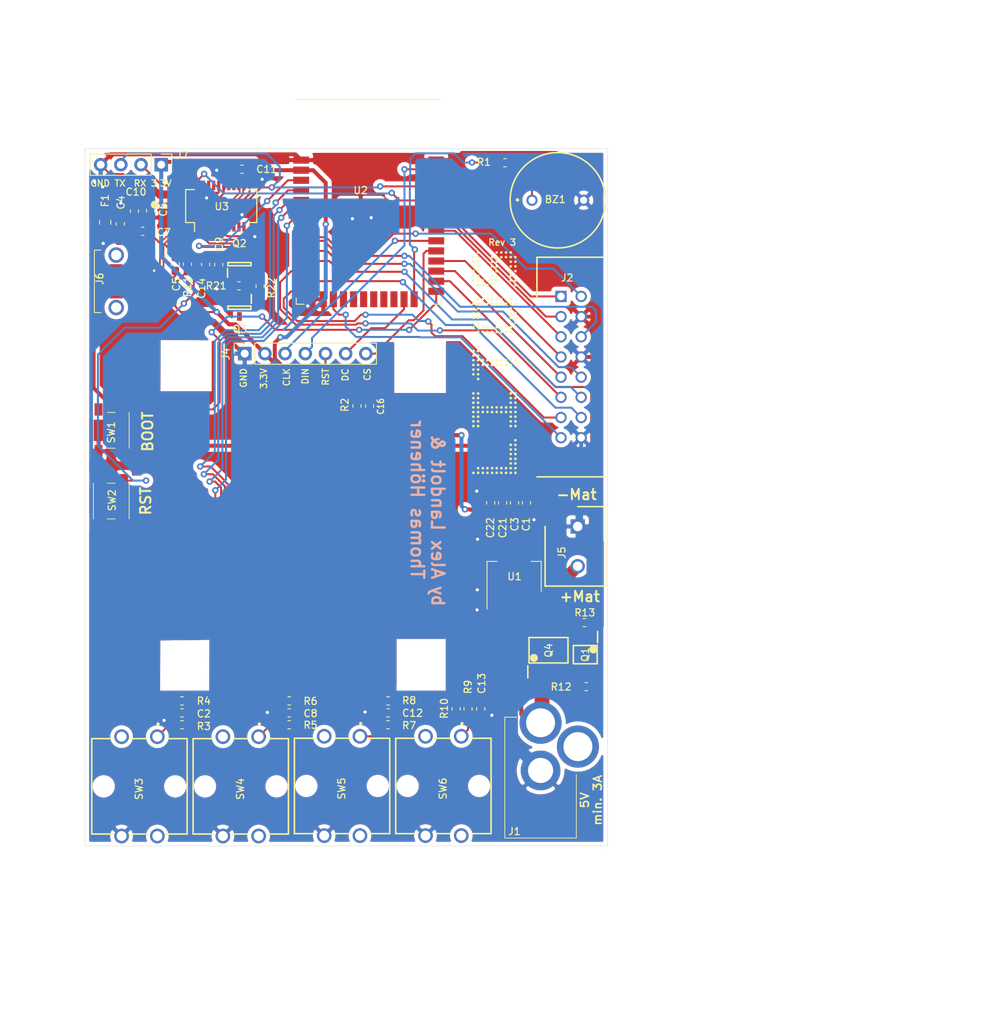
<source format=kicad_pcb>
(kicad_pcb (version 20171130) (host pcbnew "(5.1.10)-1")
  (layers (0 F.Cu signal) (31 B.Cu signal) (34 B.Paste user) (35 F.Paste user) (36 B.SilkS user) (37 F.SilkS user) (38 B.Mask user) (39 F.Mask user) (44 Edge.Cuts user))
  (net 0 "")
  (net 1 "Net-(BZ1-Pad1)")
  (net 2 GND)
  (net 3 +5V)
  (net 4 /S1)
  (net 5 +3V3)
  (net 6 /S2)
  (net 7 /EN)
  (net 8 "Net-(C11-Pad1)")
  (net 9 /S3)
  (net 10 /S4)
  (net 11 /IO0)
  (net 12 /RXD0)
  (net 13 /TXD0)
  (net 14 /R1)
  (net 15 /RTS)
  (net 16 "Net-(Q2-Pad1)")
  (net 17 "Net-(Q3-Pad1)")
  (net 18 /DTR)
  (net 19 /B2)
  (net 20 "Net-(R3-Pad2)")
  (net 21 "Net-(R5-Pad2)")
  (net 22 "Net-(R7-Pad2)")
  (net 23 "Net-(R9-Pad2)")
  (net 24 /M32)
  (net 25 /M33)
  (net 26 /M25)
  (net 27 /M26)
  (net 28 /M27)
  (net 29 /M14)
  (net 30 /M12)
  (net 31 /M13)
  (net 32 /D15)
  (net 33 /M16)
  (net 34 /M17)
  (net 35 /D5)
  (net 36 /D18)
  (net 37 /M19)
  (net 38 /M21)
  (net 39 /M22)
  (net 40 /D23)
  (net 41 "Net-(Q1-Pad5)")
  (net 42 "Net-(Q1-Pad4)")
  (net 43 "Net-(C4-Pad1)")
  (net 44 "Net-(J6-Pad4)")
  (net 45 "Net-(SW3-Pad2)")
  (net 46 "Net-(SW3-Pad3)")
  (net 47 "Net-(SW4-Pad3)")
  (net 48 "Net-(SW4-Pad2)")
  (net 49 "Net-(SW5-Pad3)")
  (net 50 "Net-(SW5-Pad2)")
  (net 51 "Net-(SW6-Pad2)")
  (net 52 "Net-(SW6-Pad3)")
  (net 53 "Net-(U2-Pad17)")
  (net 54 "Net-(U2-Pad18)")
  (net 55 "Net-(U2-Pad19)")
  (net 56 "Net-(U2-Pad20)")
  (net 57 "Net-(U2-Pad21)")
  (net 58 "Net-(U2-Pad22)")
  (net 59 "Net-(U2-Pad32)")
  (net 60 "Net-(U3-Pad5)")
  (net 61 "Net-(U3-Pad7)")
  (net 62 "Net-(U3-Pad8)")
  (net 63 "Net-(U3-Pad9)")
  (net 64 "Net-(U3-Pad10)")
  (net 65 "Net-(U3-Pad17)")
  (net 66 "Net-(U3-Pad18)")
  (net 67 "Net-(U3-Pad19)")
  (net 68 "Net-(J5-Pad2)")
  (net 69 /D+)
  (net 70 /D-)
  (net 71 "Net-(C16-Pad1)")
  (module Kicad:logo_litos (layer F.Cu) (at 106.4985 76.79 90)
    (fp_text reference G*** hide)
    (fp_text value LOGO hide)
  )
  (module Resistor_SMD:R_0603_1608Metric_Pad1.05x0.95mm_HandSolder (layer F.Cu) (at 67.8905 64.5345 90)
    (fp_text reference R11 (at -2.8575 0 90) (layer F.SilkS) (effects (font (size 0.9 0.9))))
    (fp_text value 10k)
    (pad 2 smd roundrect (at 0.875 0 90) (size 1.05 0.95) (layers F.Cu F.Paste F.Mask) (net 7 /EN))
    (pad 1 smd roundrect (at -0.875 0 90) (size 1.05 0.95) (layers F.Cu F.Paste F.Mask) (net 5 +3V3))
  )
  (module RF_Module:ESP32-WROOM-32 (layer F.Cu) (at 90.7 59.7)
    (fp_text reference U2 (at -1.016 -4.445 180) (layer F.SilkS) (effects (font (size 0.9 0.9))))
    (fp_text value ESP32-WROOM-32D)
    (pad 38 smd rect (at 8.5 -8.255) (size 2 0.9) (layers F.Cu F.Paste F.Mask) (net 2 GND))
    (pad 37 smd rect (at 8.5 -6.985) (size 2 0.9) (layers F.Cu F.Paste F.Mask) (net 40 /D23))
    (pad 36 smd rect (at 8.5 -5.715) (size 2 0.9) (layers F.Cu F.Paste F.Mask) (net 39 /M22))
    (pad 35 smd rect (at 8.5 -4.445) (size 2 0.9) (layers F.Cu F.Paste F.Mask) (net 13 /TXD0))
    (pad 34 smd rect (at 8.5 -3.175) (size 2 0.9) (layers F.Cu F.Paste F.Mask) (net 12 /RXD0))
    (pad 33 smd rect (at 8.5 -1.905) (size 2 0.9) (layers F.Cu F.Paste F.Mask) (net 38 /M21))
    (pad 32 smd rect (at 8.5 -0.635) (size 2 0.9) (layers F.Cu F.Paste F.Mask) (net 59 "Net-(U2-Pad32)"))
    (pad 31 smd rect (at 8.5 0.635) (size 2 0.9) (layers F.Cu F.Paste F.Mask) (net 37 /M19))
    (pad 30 smd rect (at 8.5 1.905) (size 2 0.9) (layers F.Cu F.Paste F.Mask) (net 36 /D18))
    (pad 29 smd rect (at 8.5 3.175) (size 2 0.9) (layers F.Cu F.Paste F.Mask) (net 35 /D5))
    (pad 28 smd rect (at 8.5 4.445) (size 2 0.9) (layers F.Cu F.Paste F.Mask) (net 34 /M17))
    (pad 27 smd rect (at 8.5 5.715) (size 2 0.9) (layers F.Cu F.Paste F.Mask) (net 33 /M16))
    (pad 26 smd rect (at 8.5 6.985) (size 2 0.9) (layers F.Cu F.Paste F.Mask) (net 14 /R1))
    (pad 25 smd rect (at 8.5 8.255) (size 2 0.9) (layers F.Cu F.Paste F.Mask) (net 11 /IO0))
    (pad 24 smd rect (at 5.715 9.255 90) (size 2 0.9) (layers F.Cu F.Paste F.Mask) (net 19 /B2))
    (pad 23 smd rect (at 4.445 9.255 90) (size 2 0.9) (layers F.Cu F.Paste F.Mask) (net 32 /D15))
    (pad 22 smd rect (at 3.175 9.255 90) (size 2 0.9) (layers F.Cu F.Paste F.Mask) (net 58 "Net-(U2-Pad22)"))
    (pad 21 smd rect (at 1.905 9.255 90) (size 2 0.9) (layers F.Cu F.Paste F.Mask) (net 57 "Net-(U2-Pad21)"))
    (pad 20 smd rect (at 0.635 9.255 90) (size 2 0.9) (layers F.Cu F.Paste F.Mask) (net 56 "Net-(U2-Pad20)"))
    (pad 19 smd rect (at -0.635 9.255 90) (size 2 0.9) (layers F.Cu F.Paste F.Mask) (net 55 "Net-(U2-Pad19)"))
    (pad 18 smd rect (at -1.905 9.255 90) (size 2 0.9) (layers F.Cu F.Paste F.Mask) (net 54 "Net-(U2-Pad18)"))
    (pad 17 smd rect (at -3.175 9.255 90) (size 2 0.9) (layers F.Cu F.Paste F.Mask) (net 53 "Net-(U2-Pad17)"))
    (pad 16 smd rect (at -4.445 9.255 90) (size 2 0.9) (layers F.Cu F.Paste F.Mask) (net 31 /M13))
    (pad 15 smd rect (at -5.715 9.255 90) (size 2 0.9) (layers F.Cu F.Paste F.Mask) (net 2 GND))
    (pad 14 smd rect (at -8.5 8.255) (size 2 0.9) (layers F.Cu F.Paste F.Mask) (net 30 /M12))
    (pad 13 smd rect (at -8.5 6.985) (size 2 0.9) (layers F.Cu F.Paste F.Mask) (net 29 /M14))
    (pad 12 smd rect (at -8.5 5.715) (size 2 0.9) (layers F.Cu F.Paste F.Mask) (net 28 /M27))
    (pad 11 smd rect (at -8.5 4.445) (size 2 0.9) (layers F.Cu F.Paste F.Mask) (net 27 /M26))
    (pad 10 smd rect (at -8.5 3.175) (size 2 0.9) (layers F.Cu F.Paste F.Mask) (net 26 /M25))
    (pad 9 smd rect (at -8.5 1.905) (size 2 0.9) (layers F.Cu F.Paste F.Mask) (net 25 /M33))
    (pad 8 smd rect (at -8.5 0.635) (size 2 0.9) (layers F.Cu F.Paste F.Mask) (net 24 /M32))
    (pad 7 smd rect (at -8.5 -0.635) (size 2 0.9) (layers F.Cu F.Paste F.Mask) (net 4 /S1))
    (pad 6 smd rect (at -8.5 -1.905) (size 2 0.9) (layers F.Cu F.Paste F.Mask) (net 6 /S2))
    (pad 5 smd rect (at -8.5 -3.175) (size 2 0.9) (layers F.Cu F.Paste F.Mask) (net 9 /S3))
    (pad 4 smd rect (at -8.5 -4.445) (size 2 0.9) (layers F.Cu F.Paste F.Mask) (net 10 /S4))
    (pad 3 smd rect (at -8.5 -5.715) (size 2 0.9) (layers F.Cu F.Paste F.Mask) (net 7 /EN))
    (pad 2 smd rect (at -8.5 -6.985) (size 2 0.9) (layers F.Cu F.Paste F.Mask) (net 5 +3V3))
    (pad 1 smd rect (at -8.5 -8.255) (size 2 0.9) (layers F.Cu F.Paste F.Mask) (net 2 GND))
    (pad 39 smd rect (at -1 -0.755) (size 5 5) (layers F.Cu F.Paste F.Mask) (net 2 GND))
  )
  (module Internet:CEM-1203_42_ (layer F.Cu) (at 114.5 56.5)
    (fp_text reference BZ1 (at -0.318 -0.103) (layer F.SilkS) (effects (font (size 0.9 0.9))))
    (fp_text value Buzzer hide)
    (pad 2 thru_hole circle (at 3.25 0) (size 1.41 1.41) (drill 0.9) (layers *.Cu *.Mask) (net 2 GND))
    (pad 1 thru_hole circle (at -3.25 0) (size 1.41 1.41) (drill 0.9) (layers *.Cu *.Mask) (net 1 "Net-(BZ1-Pad1)"))
  )
  (module Package_TO_SOT_SMD:SOT-223-3_TabPin2 (layer F.Cu) (at 109 103.85 90)
    (fp_text reference U1 (at 0 0.05 180) (layer F.SilkS) (effects (font (size 0.9 0.9))))
    (fp_text value AMS1117-3.3)
    (pad 1 smd rect (at -3.15 -2.3 90) (size 2 1.5) (layers F.Cu F.Paste F.Mask) (net 2 GND))
    (pad 3 smd rect (at -3.15 2.3 90) (size 2 1.5) (layers F.Cu F.Paste F.Mask) (net 3 +5V))
    (pad 2 smd rect (at -3.15 0 90) (size 2 1.5) (layers F.Cu F.Paste F.Mask) (net 5 +3V3))
    (pad 2 smd rect (at 3.15 0 90) (size 2 3.8) (layers F.Cu F.Paste F.Mask) (net 5 +3V3))
  )
  (module Internet:SOIC127P600X175-8N (layer F.Cu) (at 113.33 113.125 90)
    (fp_text reference Q4 (at -0.005 0.02 90) (layer F.SilkS) (effects (font (size 0.9 0.9))))
    (fp_text value IRF7410 hide)
    (pad 8 smd rect (at 2.712 -1.905 180) (size 0.7 1.525) (layers F.Cu F.Paste F.Mask) (net 68 "Net-(J5-Pad2)"))
    (pad 7 smd rect (at 2.712 -0.635 180) (size 0.7 1.525) (layers F.Cu F.Paste F.Mask) (net 68 "Net-(J5-Pad2)"))
    (pad 6 smd rect (at 2.712 0.635 180) (size 0.7 1.525) (layers F.Cu F.Paste F.Mask) (net 68 "Net-(J5-Pad2)"))
    (pad 5 smd rect (at 2.712 1.905 180) (size 0.7 1.525) (layers F.Cu F.Paste F.Mask) (net 68 "Net-(J5-Pad2)"))
    (pad 4 smd rect (at -2.712 1.905 180) (size 0.7 1.525) (layers F.Cu F.Paste F.Mask) (net 41 "Net-(Q1-Pad5)"))
    (pad 3 smd rect (at -2.712 0.635 180) (size 0.7 1.525) (layers F.Cu F.Paste F.Mask) (net 3 +5V))
    (pad 2 smd rect (at -2.712 -0.635 180) (size 0.7 1.525) (layers F.Cu F.Paste F.Mask) (net 3 +5V))
    (pad 1 smd rect (at -2.712 -1.905 180) (size 0.7 1.525) (layers F.Cu F.Paste F.Mask) (net 3 +5V))
  )
  (module Internet:101181930001LF (layer F.Cu) (at 59.0005 66.7 270)
    (fp_text reference J6 (at -0.324 2.159 90) (layer F.SilkS) (effects (font (size 0.9 0.9))))
    (fp_text value USB_B_Micro hide)
    (pad MP4 smd rect (at 3.2 -2.375) (size 1.4 1.6) (layers F.Cu F.Paste F.Mask))
    (pad MP3 smd rect (at 1.2 0.075) (size 1.6 1.9) (layers F.Cu F.Paste F.Mask))
    (pad MP2 smd rect (at -1.2 0.075) (size 1.6 1.9) (layers F.Cu F.Paste F.Mask))
    (pad MP1 smd rect (at -3.2 -2.375) (size 1.4 1.6) (layers F.Cu F.Paste F.Mask))
    (pad MH2 thru_hole circle (at 3.3 0.075 270) (size 1.95 1.95) (drill 1.3) (layers *.Cu *.Mask))
    (pad MH1 thru_hole circle (at -3.3 0.075 270) (size 1.95 1.95) (drill 1.3) (layers *.Cu *.Mask))
    (pad 5 smd rect (at 1.3 -2.6 270) (size 0.4 1.35) (layers F.Cu F.Paste F.Mask) (net 2 GND))
    (pad 4 smd rect (at 0.65 -2.6 270) (size 0.4 1.35) (layers F.Cu F.Paste F.Mask) (net 44 "Net-(J6-Pad4)"))
    (pad 3 smd rect (at 0 -2.6 270) (size 0.4 1.35) (layers F.Cu F.Paste F.Mask) (net 69 /D+))
    (pad 2 smd rect (at -0.65 -2.6 270) (size 0.4 1.35) (layers F.Cu F.Paste F.Mask) (net 70 /D-))
    (pad 1 smd rect (at -1.3 -2.6 270) (size 0.4 1.35) (layers F.Cu F.Paste F.Mask) (net 43 "Net-(C4-Pad1)"))
  )
  (module Internet:PTS647SM70SMTR2LFS (layer F.Cu) (at 58.3 85.45 270)
    (fp_text reference SW1 (at 0.254 0 90) (layer F.SilkS) (effects (font (size 0.9 0.9))))
    (fp_text value SW_Push hide)
    (pad "" smd rect (at -2.625 1.6) (size 1 1.55) (layers F.Cu F.Paste F.Mask))
    (pad 2 smd rect (at 2.625 1.6) (size 1 1.55) (layers F.Cu F.Paste F.Mask) (net 2 GND))
    (pad "" smd rect (at 2.625 -1.6) (size 1 1.55) (layers F.Cu F.Paste F.Mask))
    (pad 1 smd rect (at -2.625 -1.6) (size 1 1.55) (layers F.Cu F.Paste F.Mask) (net 11 /IO0))
  )
  (module Internet:PTS647SM70SMTR2LFS (layer F.Cu) (at 58.3 94.35 90)
    (fp_text reference SW2 (at 0.1 0.1 270) (layer F.SilkS) (effects (font (size 0.9 0.9))))
    (fp_text value SW_Push hide)
    (pad "" smd rect (at -2.625 1.6 180) (size 1 1.55) (layers F.Cu F.Paste F.Mask))
    (pad 2 smd rect (at 2.625 1.6 180) (size 1 1.55) (layers F.Cu F.Paste F.Mask) (net 7 /EN))
    (pad "" smd rect (at 2.625 -1.6 180) (size 1 1.55) (layers F.Cu F.Paste F.Mask))
    (pad 1 smd rect (at -2.625 -1.6 180) (size 1 1.55) (layers F.Cu F.Paste F.Mask) (net 2 GND))
  )
  (module Internet:CONSOCJ2155 (layer F.Cu) (at 112.33 122.25 90)
    (fp_text reference J1 (at -13.67 -3.29 180) (layer F.SilkS) (effects (font (size 0.9 0.9))))
    (fp_text value Barrel_Jack_MountingPin hide)
    (pad 3 thru_hole circle (at -3 4.7 90) (size 5.3 5.3) (drill 3.6401) (layers *.Cu *.Mask))
    (pad 2 thru_hole circle (at -6 0 90) (size 5 5) (drill 3.1623) (layers *.Cu *.Mask) (net 2 GND))
    (pad 1 thru_hole circle (at 0 0 90) (size 5.3 5.3) (drill 3.6401) (layers *.Cu *.Mask) (net 3 +5V))
  )
  (module Connector_PinHeader_2.54mm:PinHeader_1x04_P2.54mm_Vertical (layer F.Cu) (at 64.5885 52.025 270)
    (fp_text reference J7 (at -1.19 -2.66 180) (layer F.SilkS) (effects (font (size 0.9 0.9))))
    (fp_text value Conn_01x04_Male)
    (pad 4 thru_hole oval (at 0 7.62 270) (size 1.7 1.7) (drill 1) (layers *.Cu *.Mask) (net 2 GND))
    (pad 3 thru_hole oval (at 0 5.08 270) (size 1.7 1.7) (drill 1) (layers *.Cu *.Mask) (net 13 /TXD0))
    (pad 2 thru_hole oval (at 0 2.54 270) (size 1.7 1.7) (drill 1) (layers *.Cu *.Mask) (net 12 /RXD0))
    (pad 1 thru_hole rect (at 0 0 270) (size 1.7 1.7) (drill 1) (layers *.Cu *.Mask) (net 5 +3V3))
  )
  (module Internet:SOT95P240X115-3N (layer F.Cu) (at 74.431 64.5345 90)
    (fp_text reference Q2 (at 2.6035 0) (layer F.SilkS) (effects (font (size 0.9 0.9))))
    (fp_text value SS8050-G hide)
    (pad 3 smd rect (at 1.1 0 180) (size 0.6 1.1) (layers F.Cu F.Paste F.Mask) (net 7 /EN))
    (pad 2 smd rect (at -1.1 0.95 180) (size 0.6 1.1) (layers F.Cu F.Paste F.Mask) (net 15 /RTS))
    (pad 1 smd rect (at -1.1 -0.95 180) (size 0.6 1.1) (layers F.Cu F.Paste F.Mask) (net 16 "Net-(Q2-Pad1)"))
  )
  (module Internet:SOT95P240X115-3N (layer F.Cu) (at 74.4285 70.016 270)
    (fp_text reference Q3 (at 2.71 -0.066) (layer F.SilkS) (effects (font (size 0.9 0.9))))
    (fp_text value SS8050-G hide)
    (pad 3 smd rect (at 1.1 0) (size 0.6 1.1) (layers F.Cu F.Paste F.Mask) (net 11 /IO0))
    (pad 2 smd rect (at -1.1 0.95) (size 0.6 1.1) (layers F.Cu F.Paste F.Mask) (net 18 /DTR))
    (pad 1 smd rect (at -1.1 -0.95) (size 0.6 1.1) (layers F.Cu F.Paste F.Mask) (net 17 "Net-(Q3-Pad1)"))
  )
  (module Package_SO:SSOP-20_3.9x8.7mm_P0.635mm (layer F.Cu) (at 72.145 57.232 90)
    (fp_text reference U3 (at -0.05 0.0635 180) (layer F.SilkS) (effects (font (size 0.9 0.9))))
    (fp_text value FT231XS)
    (pad 20 smd rect (at 2.6 -2.8575 90) (size 1.2 0.4) (layers F.Cu F.Paste F.Mask) (net 12 /RXD0))
    (pad 19 smd rect (at 2.6 -2.2225 90) (size 1.2 0.4) (layers F.Cu F.Paste F.Mask) (net 67 "Net-(U3-Pad19)"))
    (pad 18 smd rect (at 2.6 -1.5875 90) (size 1.2 0.4) (layers F.Cu F.Paste F.Mask) (net 66 "Net-(U3-Pad18)"))
    (pad 17 smd rect (at 2.6 -0.9525 90) (size 1.2 0.4) (layers F.Cu F.Paste F.Mask) (net 65 "Net-(U3-Pad17)"))
    (pad 16 smd rect (at 2.6 -0.3175 90) (size 1.2 0.4) (layers F.Cu F.Paste F.Mask) (net 2 GND))
    (pad 15 smd rect (at 2.6 0.3175 90) (size 1.2 0.4) (layers F.Cu F.Paste F.Mask) (net 3 +5V))
    (pad 14 smd rect (at 2.6 0.9525 90) (size 1.2 0.4) (layers F.Cu F.Paste F.Mask) (net 8 "Net-(C11-Pad1)"))
    (pad 13 smd rect (at 2.6 1.5875 90) (size 1.2 0.4) (layers F.Cu F.Paste F.Mask) (net 8 "Net-(C11-Pad1)"))
    (pad 12 smd rect (at 2.6 2.2225 90) (size 1.2 0.4) (layers F.Cu F.Paste F.Mask) (net 70 /D-))
    (pad 11 smd rect (at 2.6 2.8575 90) (size 1.2 0.4) (layers F.Cu F.Paste F.Mask) (net 69 /D+))
    (pad 10 smd rect (at -2.6 2.8575 90) (size 1.2 0.4) (layers F.Cu F.Paste F.Mask) (net 64 "Net-(U3-Pad10)"))
    (pad 9 smd rect (at -2.6 2.2225 90) (size 1.2 0.4) (layers F.Cu F.Paste F.Mask) (net 63 "Net-(U3-Pad9)"))
    (pad 8 smd rect (at -2.6 1.5875 90) (size 1.2 0.4) (layers F.Cu F.Paste F.Mask) (net 62 "Net-(U3-Pad8)"))
    (pad 7 smd rect (at -2.6 0.9525 90) (size 1.2 0.4) (layers F.Cu F.Paste F.Mask) (net 61 "Net-(U3-Pad7)"))
    (pad 6 smd rect (at -2.6 0.3175 90) (size 1.2 0.4) (layers F.Cu F.Paste F.Mask) (net 2 GND))
    (pad 5 smd rect (at -2.6 -0.3175 90) (size 1.2 0.4) (layers F.Cu F.Paste F.Mask) (net 60 "Net-(U3-Pad5)"))
    (pad 4 smd rect (at -2.6 -0.9525 90) (size 1.2 0.4) (layers F.Cu F.Paste F.Mask) (net 13 /TXD0))
    (pad 3 smd rect (at -2.6 -1.5875 90) (size 1.2 0.4) (layers F.Cu F.Paste F.Mask) (net 8 "Net-(C11-Pad1)"))
    (pad 2 smd rect (at -2.6 -2.2225 90) (size 1.2 0.4) (layers F.Cu F.Paste F.Mask) (net 15 /RTS))
    (pad 1 smd rect (at -2.6 -2.8575 90) (size 1.2 0.4) (layers F.Cu F.Paste F.Mask) (net 18 /DTR))
  )
  (module Capacitor_SMD:C_0603_1608Metric_Pad1.05x0.95mm_HandSolder (layer F.Cu) (at 110.55 94.575 270)
    (fp_text reference C1 (at 2.706429 0.04 270) (layer F.SilkS) (effects (font (size 0.9 0.9))))
    (fp_text value 22uF/10V)
    (pad 2 smd roundrect (at 0.875 0 270) (size 1.05 0.95) (layers F.Cu F.Paste F.Mask) (net 2 GND))
    (pad 1 smd roundrect (at -0.875 0 270) (size 1.05 0.95) (layers F.Cu F.Paste F.Mask) (net 3 +5V))
  )
  (module Capacitor_SMD:C_0603_1608Metric_Pad1.05x0.95mm_HandSolder (layer F.Cu) (at 67.2 121)
    (fp_text reference C2 (at 2.75 0.11) (layer F.SilkS) (effects (font (size 0.9 0.9))))
    (fp_text value 10nF)
    (pad 2 smd roundrect (at 0.875 0) (size 1.05 0.95) (layers F.Cu F.Paste F.Mask) (net 4 /S1))
    (pad 1 smd roundrect (at -0.875 0) (size 1.05 0.95) (layers F.Cu F.Paste F.Mask) (net 2 GND))
  )
  (module Capacitor_SMD:C_0603_1608Metric_Pad1.05x0.95mm_HandSolder (layer F.Cu) (at 109.05 94.575 90)
    (fp_text reference C3 (at -2.706429 0.02 90) (layer F.SilkS) (effects (font (size 0.9 0.9))))
    (fp_text value 22uF/10V)
    (pad 2 smd roundrect (at 0.875 0 90) (size 1.05 0.95) (layers F.Cu F.Paste F.Mask) (net 2 GND))
    (pad 1 smd roundrect (at -0.875 0 90) (size 1.05 0.95) (layers F.Cu F.Paste F.Mask) (net 5 +3V3))
  )
  (module Capacitor_SMD:C_0603_1608Metric_Pad1.05x0.95mm_HandSolder (layer F.Cu) (at 59.445 59.4685 90)
    (fp_text reference C4 (at 2.681 0.0635 90) (layer F.SilkS) (effects (font (size 0.9 0.9))))
    (fp_text value 0.1uF)
    (pad 2 smd roundrect (at 0.875 0 90) (size 1.05 0.95) (layers F.Cu F.Paste F.Mask) (net 2 GND))
    (pad 1 smd roundrect (at -0.875 0 90) (size 1.05 0.95) (layers F.Cu F.Paste F.Mask) (net 43 "Net-(C4-Pad1)"))
  )
  (module Capacitor_SMD:C_0603_1608Metric_Pad1.05x0.95mm_HandSolder (layer F.Cu) (at 66.3665 64.5205 270)
    (fp_text reference C5 (at 2.554 -0.127 90) (layer F.SilkS) (effects (font (size 0.9 0.9))))
    (fp_text value 47pF)
    (pad 2 smd roundrect (at 0.875 0 270) (size 1.05 0.95) (layers F.Cu F.Paste F.Mask) (net 2 GND))
    (pad 1 smd roundrect (at -0.875 0 270) (size 1.05 0.95) (layers F.Cu F.Paste F.Mask) (net 69 /D+))
  )
  (module Capacitor_SMD:C_0603_1608Metric_Pad1.05x0.95mm_HandSolder (layer F.Cu) (at 63.255 57.8035 90)
    (fp_text reference C6 (at 0.127 1.5875 270) (layer F.SilkS) (effects (font (size 0.9 0.9))))
    (fp_text value 0.1uF)
    (pad 2 smd roundrect (at 0.875 0 90) (size 1.05 0.95) (layers F.Cu F.Paste F.Mask) (net 3 +5V))
    (pad 1 smd roundrect (at -0.875 0 90) (size 1.05 0.95) (layers F.Cu F.Paste F.Mask) (net 2 GND))
  )
  (module Capacitor_SMD:C_0603_1608Metric_Pad1.05x0.95mm_HandSolder (layer F.Cu) (at 62.253 60.407 180)
    (fp_text reference C7 (at -2.653 -0.127) (layer F.SilkS) (effects (font (size 0.9 0.9))))
    (fp_text value 47pF)
    (pad 2 smd roundrect (at 0.875 0 180) (size 1.05 0.95) (layers F.Cu F.Paste F.Mask) (net 2 GND))
    (pad 1 smd roundrect (at -0.875 0 180) (size 1.05 0.95) (layers F.Cu F.Paste F.Mask) (net 70 /D-))
  )
  (module Capacitor_SMD:C_0603_1608Metric_Pad1.05x0.95mm_HandSolder (layer F.Cu) (at 80.7 121)
    (fp_text reference C8 (at 2.68 0.08) (layer F.SilkS) (effects (font (size 0.9 0.9))))
    (fp_text value 10nF)
    (pad 2 smd roundrect (at 0.875 0) (size 1.05 0.95) (layers F.Cu F.Paste F.Mask) (net 6 /S2))
    (pad 1 smd roundrect (at -0.875 0) (size 1.05 0.95) (layers F.Cu F.Paste F.Mask) (net 2 GND))
  )
  (module Capacitor_SMD:C_0603_1608Metric_Pad1.05x0.95mm_HandSolder (layer F.Cu) (at 71.8275 64.598 270)
    (fp_text reference C9 (at -2.6035 -0.0635 90) (layer F.SilkS) (effects (font (size 0.9 0.9))))
    (fp_text value 0.1uF/50V)
    (pad 2 smd roundrect (at 0.875 0 270) (size 1.05 0.95) (layers F.Cu F.Paste F.Mask) (net 2 GND))
    (pad 1 smd roundrect (at -0.875 0 270) (size 1.05 0.95) (layers F.Cu F.Paste F.Mask) (net 7 /EN))
  )
  (module Capacitor_SMD:C_0603_1608Metric_Pad1.05x0.95mm_HandSolder (layer F.Cu) (at 61.223 57.867 270)
    (fp_text reference C10 (at -2.413 -0.1905 180) (layer F.SilkS) (effects (font (size 0.9 0.9))))
    (fp_text value 4.7uF)
    (pad 2 smd roundrect (at 0.875 0 270) (size 1.05 0.95) (layers F.Cu F.Paste F.Mask) (net 2 GND))
    (pad 1 smd roundrect (at -0.875 0 270) (size 1.05 0.95) (layers F.Cu F.Paste F.Mask) (net 3 +5V))
  )
  (module Capacitor_SMD:C_0603_1608Metric_Pad1.05x0.95mm_HandSolder (layer F.Cu) (at 74.7485 52.5965)
    (fp_text reference C11 (at 3.1115 0) (layer F.SilkS) (effects (font (size 0.9 0.9))))
    (fp_text value 0.1uF)
    (pad 2 smd roundrect (at 0.875 0) (size 1.05 0.95) (layers F.Cu F.Paste F.Mask) (net 2 GND))
    (pad 1 smd roundrect (at -0.875 0) (size 1.05 0.95) (layers F.Cu F.Paste F.Mask) (net 8 "Net-(C11-Pad1)"))
  )
  (module Capacitor_SMD:C_0603_1608Metric_Pad1.05x0.95mm_HandSolder (layer F.Cu) (at 93.15 121)
    (fp_text reference C12 (at 3.068572 0.03) (layer F.SilkS) (effects (font (size 0.9 0.9))))
    (fp_text value 10nF)
    (pad 2 smd roundrect (at 0.875 0) (size 1.05 0.95) (layers F.Cu F.Paste F.Mask) (net 9 /S3))
    (pad 1 smd roundrect (at -0.875 0) (size 1.05 0.95) (layers F.Cu F.Paste F.Mask) (net 2 GND))
  )
  (module Capacitor_SMD:C_0603_1608Metric_Pad1.05x0.95mm_HandSolder (layer F.Cu) (at 104.8 120.5 90)
    (fp_text reference C13 (at 3.197 0.111 90) (layer F.SilkS) (effects (font (size 0.9 0.9))))
    (fp_text value 10nF)
    (pad 2 smd roundrect (at 0.875 0 90) (size 1.05 0.95) (layers F.Cu F.Paste F.Mask) (net 10 /S4))
    (pad 1 smd roundrect (at -0.875 0 90) (size 1.05 0.95) (layers F.Cu F.Paste F.Mask) (net 2 GND))
  )
  (module Capacitor_SMD:C_0603_1608Metric_Pad1.05x0.95mm_HandSolder (layer F.Cu) (at 70.1765 64.584 270)
    (fp_text reference C14 (at 2.9985 0.508 90) (layer F.SilkS) (effects (font (size 0.9 0.9))))
    (fp_text value 0.1uF/50V)
    (pad 2 smd roundrect (at 0.875 0 270) (size 1.05 0.95) (layers F.Cu F.Paste F.Mask) (net 2 GND))
    (pad 1 smd roundrect (at -0.875 0 270) (size 1.05 0.95) (layers F.Cu F.Paste F.Mask) (net 7 /EN))
  )
  (module Capacitor_SMD:C_0603_1608Metric_Pad1.05x0.95mm_HandSolder (layer F.Cu) (at 90.814 82.378 270)
    (fp_text reference C16 (at 0.0635 -1.397 270) (layer F.SilkS) (effects (font (size 0.8 0.7))))
    (fp_text value 0.1uF)
    (pad 2 smd roundrect (at 0.875 0 270) (size 1.05 0.95) (layers F.Cu F.Paste F.Mask) (net 2 GND))
    (pad 1 smd roundrect (at -0.875 0 270) (size 1.05 0.95) (layers F.Cu F.Paste F.Mask) (net 71 "Net-(C16-Pad1)"))
  )
  (module Capacitor_SMD:C_0603_1608Metric_Pad1.05x0.95mm_HandSolder (layer F.Cu) (at 107.55 94.575 270)
    (fp_text reference C21 (at 3.135 -0.01 90) (layer F.SilkS) (effects (font (size 0.9 0.9))))
    (fp_text value 22uF/10V)
    (pad 2 smd roundrect (at 0.875 0 270) (size 1.05 0.95) (layers F.Cu F.Paste F.Mask) (net 5 +3V3))
    (pad 1 smd roundrect (at -0.875 0 270) (size 1.05 0.95) (layers F.Cu F.Paste F.Mask) (net 2 GND))
  )
  (module Capacitor_SMD:C_0603_1608Metric_Pad1.05x0.95mm_HandSolder (layer F.Cu) (at 106.05 94.575 270)
    (fp_text reference C22 (at 3.135 0.04 90) (layer F.SilkS) (effects (font (size 0.9 0.9))))
    (fp_text value 0.1uF/50V)
    (pad 2 smd roundrect (at 0.875 0 270) (size 1.05 0.95) (layers F.Cu F.Paste F.Mask) (net 5 +3V3))
    (pad 1 smd roundrect (at -0.875 0 270) (size 1.05 0.95) (layers F.Cu F.Paste F.Mask) (net 2 GND))
  )
  (module Fuse:Fuse_0805_2012Metric_Pad1.15x1.40mm_HandSolder (layer F.Cu) (at 57.54 59.264 270)
    (fp_text reference F1 (at -2.710714 0.02 90) (layer F.SilkS) (effects (font (size 0.9 0.9))))
    (fp_text value "Polyfuse 500mA")
    (pad 2 smd roundrect (at 1.025 0 270) (size 1.15 1.4) (layers F.Cu F.Paste F.Mask) (roundrect_rratio 0.2173904347826087) (net 43 "Net-(C4-Pad1)"))
    (pad 1 smd roundrect (at -1.025 0 270) (size 1.15 1.4) (layers F.Cu F.Paste F.Mask) (roundrect_rratio 0.2173904347826087) (net 3 +5V))
  )
  (module Internet:SOP65P490X111-8N (layer F.Cu) (at 117.955 113.675 270)
    (fp_text reference Q1 (at 0 0 90) (layer F.SilkS) (effects (font (size 0.9 0.9))))
    (fp_text value IRF7607TRPBF hide)
    (pad 8 smd rect (at 2.212 -0.975) (size 0.45 1.425) (layers F.Cu F.Paste F.Mask) (net 41 "Net-(Q1-Pad5)"))
    (pad 7 smd rect (at 2.212 -0.325) (size 0.45 1.425) (layers F.Cu F.Paste F.Mask) (net 41 "Net-(Q1-Pad5)"))
    (pad 6 smd rect (at 2.212 0.325) (size 0.45 1.425) (layers F.Cu F.Paste F.Mask) (net 41 "Net-(Q1-Pad5)"))
    (pad 5 smd rect (at 2.212 0.975) (size 0.45 1.425) (layers F.Cu F.Paste F.Mask) (net 41 "Net-(Q1-Pad5)"))
    (pad 4 smd rect (at -2.212 0.975) (size 0.45 1.425) (layers F.Cu F.Paste F.Mask) (net 42 "Net-(Q1-Pad4)"))
    (pad 3 smd rect (at -2.212 0.325) (size 0.45 1.425) (layers F.Cu F.Paste F.Mask) (net 2 GND))
    (pad 2 smd rect (at -2.212 -0.325) (size 0.45 1.425) (layers F.Cu F.Paste F.Mask) (net 2 GND))
    (pad 1 smd rect (at -2.212 -0.975) (size 0.45 1.425) (layers F.Cu F.Paste F.Mask) (net 2 GND))
  )
  (module Resistor_SMD:R_0603_1608Metric_Pad1.05x0.95mm_HandSolder (layer F.Cu) (at 107.85 51.775)
    (fp_text reference R1 (at -2.65 -0.075) (layer F.SilkS) (effects (font (size 0.9 0.9))))
    (fp_text value 0R)
    (pad 2 smd roundrect (at 0.875 0) (size 1.05 0.95) (layers F.Cu F.Paste F.Mask) (net 1 "Net-(BZ1-Pad1)"))
    (pad 1 smd roundrect (at -0.875 0) (size 1.05 0.95) (layers F.Cu F.Paste F.Mask) (net 19 /B2))
  )
  (module Resistor_SMD:R_0603_1608Metric_Pad1.05x0.95mm_HandSolder (layer F.Cu) (at 89.2265 82.378 90)
    (fp_text reference R2 (at 0.127 -1.524 270) (layer F.SilkS) (effects (font (size 0.9 0.9))))
    (fp_text value 10k)
    (pad 2 smd roundrect (at 0.875 0 90) (size 1.05 0.95) (layers F.Cu F.Paste F.Mask) (net 71 "Net-(C16-Pad1)"))
    (pad 1 smd roundrect (at -0.875 0 90) (size 1.05 0.95) (layers F.Cu F.Paste F.Mask) (net 5 +3V3))
  )
  (module Resistor_SMD:R_0603_1608Metric_Pad1.05x0.95mm_HandSolder (layer F.Cu) (at 67.2 122.5 180)
    (fp_text reference R3 (at -2.75 -0.19) (layer F.SilkS) (effects (font (size 0.9 0.9))))
    (fp_text value 1k)
    (pad 2 smd roundrect (at 0.875 0 180) (size 1.05 0.95) (layers F.Cu F.Paste F.Mask) (net 20 "Net-(R3-Pad2)"))
    (pad 1 smd roundrect (at -0.875 0 180) (size 1.05 0.95) (layers F.Cu F.Paste F.Mask) (net 4 /S1))
  )
  (module Resistor_SMD:R_0603_1608Metric_Pad1.05x0.95mm_HandSolder (layer F.Cu) (at 67.2 119.5)
    (fp_text reference R4 (at 2.75 0.01) (layer F.SilkS) (effects (font (size 0.9 0.9))))
    (fp_text value 10k)
    (pad 2 smd roundrect (at 0.875 0) (size 1.05 0.95) (layers F.Cu F.Paste F.Mask) (net 4 /S1))
    (pad 1 smd roundrect (at -0.875 0) (size 1.05 0.95) (layers F.Cu F.Paste F.Mask) (net 5 +3V3))
  )
  (module Resistor_SMD:R_0603_1608Metric_Pad1.05x0.95mm_HandSolder (layer F.Cu) (at 80.7 122.5 180)
    (fp_text reference R5 (at -2.68 -0.04) (layer F.SilkS) (effects (font (size 0.9 0.9))))
    (fp_text value 1k)
    (pad 2 smd roundrect (at 0.875 0 180) (size 1.05 0.95) (layers F.Cu F.Paste F.Mask) (net 21 "Net-(R5-Pad2)"))
    (pad 1 smd roundrect (at -0.875 0 180) (size 1.05 0.95) (layers F.Cu F.Paste F.Mask) (net 6 /S2))
  )
  (module Resistor_SMD:R_0603_1608Metric_Pad1.05x0.95mm_HandSolder (layer F.Cu) (at 80.7 119.5)
    (fp_text reference R6 (at 2.68 0.04) (layer F.SilkS) (effects (font (size 0.9 0.9))))
    (fp_text value 10k)
    (pad 2 smd roundrect (at 0.875 0) (size 1.05 0.95) (layers F.Cu F.Paste F.Mask) (net 6 /S2))
    (pad 1 smd roundrect (at -0.875 0) (size 1.05 0.95) (layers F.Cu F.Paste F.Mask) (net 5 +3V3))
  )
  (module Resistor_SMD:R_0603_1608Metric_Pad1.05x0.95mm_HandSolder (layer F.Cu) (at 93.125 122.5 180)
    (fp_text reference R7 (at -2.665 -0.09) (layer F.SilkS) (effects (font (size 0.9 0.9))))
    (fp_text value 1k)
    (pad 2 smd roundrect (at 0.875 0 180) (size 1.05 0.95) (layers F.Cu F.Paste F.Mask) (net 22 "Net-(R7-Pad2)"))
    (pad 1 smd roundrect (at -0.875 0 180) (size 1.05 0.95) (layers F.Cu F.Paste F.Mask) (net 9 /S3))
  )
  (module Resistor_SMD:R_0603_1608Metric_Pad1.05x0.95mm_HandSolder (layer F.Cu) (at 93.15 119.5)
    (fp_text reference R8 (at 2.64 -0.05) (layer F.SilkS) (effects (font (size 0.9 0.9))))
    (fp_text value 10k)
    (pad 2 smd roundrect (at 0.875 0) (size 1.05 0.95) (layers F.Cu F.Paste F.Mask) (net 9 /S3))
    (pad 1 smd roundrect (at -0.875 0) (size 1.05 0.95) (layers F.Cu F.Paste F.Mask) (net 5 +3V3))
  )
  (module Resistor_SMD:R_0603_1608Metric_Pad1.05x0.95mm_HandSolder (layer F.Cu) (at 103.2 120.5 270)
    (fp_text reference R9 (at -2.7525 0.0035 90) (layer F.SilkS) (effects (font (size 0.9 0.9))))
    (fp_text value 1k)
    (pad 2 smd roundrect (at 0.875 0 270) (size 1.05 0.95) (layers F.Cu F.Paste F.Mask) (net 23 "Net-(R9-Pad2)"))
    (pad 1 smd roundrect (at -0.875 0 270) (size 1.05 0.95) (layers F.Cu F.Paste F.Mask) (net 10 /S4))
  )
  (module Resistor_SMD:R_0603_1608Metric_Pad1.05x0.95mm_HandSolder (layer F.Cu) (at 101.7 120.5 90)
    (fp_text reference R10 (at 0.05 -1.5 270) (layer F.SilkS) (effects (font (size 0.9 0.9))))
    (fp_text value 10k)
    (pad 2 smd roundrect (at 0.875 0 90) (size 1.05 0.95) (layers F.Cu F.Paste F.Mask) (net 10 /S4))
    (pad 1 smd roundrect (at -0.875 0 90) (size 1.05 0.95) (layers F.Cu F.Paste F.Mask) (net 5 +3V3))
  )
  (module Resistor_SMD:R_0603_1608Metric_Pad1.05x0.95mm_HandSolder (layer F.Cu) (at 118.08 117.7)
    (fp_text reference R12 (at -3.17 0.03) (layer F.SilkS) (effects (font (size 0.9 0.9))))
    (fp_text value 10k)
    (pad 2 smd roundrect (at 0.875 0) (size 1.05 0.95) (layers F.Cu F.Paste F.Mask) (net 41 "Net-(Q1-Pad5)"))
    (pad 1 smd roundrect (at -0.875 0) (size 1.05 0.95) (layers F.Cu F.Paste F.Mask) (net 3 +5V))
  )
  (module Resistor_SMD:R_0603_1608Metric_Pad1.05x0.95mm_HandSolder (layer F.Cu) (at 117.85 109.65 180)
    (fp_text reference R13 (at -0.05 1.25) (layer F.SilkS) (effects (font (size 0.9 0.9))))
    (fp_text value 4.7k)
    (pad 2 smd roundrect (at 0.875 0 180) (size 1.05 0.95) (layers F.Cu F.Paste F.Mask) (net 42 "Net-(Q1-Pad4)"))
    (pad 1 smd roundrect (at -0.875 0 180) (size 1.05 0.95) (layers F.Cu F.Paste F.Mask) (net 14 /R1))
  )
  (module Resistor_SMD:R_0603_1608Metric_Pad1.05x0.95mm_HandSolder (layer F.Cu) (at 74.3675 67.265)
    (fp_text reference R21 (at -2.8575 0 180) (layer F.SilkS) (effects (font (size 0.9 0.9))))
    (fp_text value 10k)
    (pad 2 smd roundrect (at 0.875 0) (size 1.05 0.95) (layers F.Cu F.Paste F.Mask) (net 18 /DTR))
    (pad 1 smd roundrect (at -0.875 0) (size 1.05 0.95) (layers F.Cu F.Paste F.Mask) (net 16 "Net-(Q2-Pad1)"))
  )
  (module Resistor_SMD:R_0603_1608Metric_Pad1.05x0.95mm_HandSolder (layer F.Cu) (at 77.0345 67.3145 270)
    (fp_text reference R22 (at 0.2045 -1.397 90) (layer F.SilkS) (effects (font (size 0.9 0.9))))
    (fp_text value 10k)
    (pad 2 smd roundrect (at 0.875 0 270) (size 1.05 0.95) (layers F.Cu F.Paste F.Mask) (net 17 "Net-(Q3-Pad1)"))
    (pad 1 smd roundrect (at -0.875 0 270) (size 1.05 0.95) (layers F.Cu F.Paste F.Mask) (net 15 /RTS))
  )
  (module Internet:B3F-4000 (layer F.Cu) (at 61.85 130.25 90)
    (fp_text reference SW3 (at -0.33 -0.055 90) (layer F.SilkS) (effects (font (size 0.9 0.9))))
    (fp_text value B3F-4050 hide)
    (pad 6 np_thru_hole circle (at 0 4.5 90) (size 1.8 0) (drill 1.8) (layers *.Cu *.Mask))
    (pad 5 np_thru_hole circle (at 0 -4.5 90) (size 1.8 0) (drill 1.8) (layers *.Cu *.Mask))
    (pad 4 thru_hole circle (at -6.25 -2.25 90) (size 1.85 1.85) (drill 1.25) (layers *.Cu *.Mask) (net 2 GND))
    (pad 3 thru_hole circle (at 6.25 -2.25 90) (size 1.85 1.85) (drill 1.25) (layers *.Cu *.Mask) (net 46 "Net-(SW3-Pad3)"))
    (pad 2 thru_hole circle (at -6.25 2.25 90) (size 1.85 1.85) (drill 1.25) (layers *.Cu *.Mask) (net 45 "Net-(SW3-Pad2)"))
    (pad 1 thru_hole circle (at 6.25 2.25 90) (size 1.85 1.85) (drill 1.25) (layers *.Cu *.Mask) (net 20 "Net-(R3-Pad2)"))
  )
  (module Internet:B3F-4000 (layer F.Cu) (at 74.6 130.25 90)
    (fp_text reference SW4 (at -0.33 -0.055 90) (layer F.SilkS) (effects (font (size 0.9 0.9))))
    (fp_text value B3F-4050 hide)
    (pad 6 np_thru_hole circle (at 0 4.5 90) (size 1.8 0) (drill 1.8) (layers *.Cu *.Mask))
    (pad 5 np_thru_hole circle (at 0 -4.5 90) (size 1.8 0) (drill 1.8) (layers *.Cu *.Mask))
    (pad 4 thru_hole circle (at -6.25 -2.25 90) (size 1.85 1.85) (drill 1.25) (layers *.Cu *.Mask) (net 2 GND))
    (pad 3 thru_hole circle (at 6.25 -2.25 90) (size 1.85 1.85) (drill 1.25) (layers *.Cu *.Mask) (net 47 "Net-(SW4-Pad3)"))
    (pad 2 thru_hole circle (at -6.25 2.25 90) (size 1.85 1.85) (drill 1.25) (layers *.Cu *.Mask) (net 48 "Net-(SW4-Pad2)"))
    (pad 1 thru_hole circle (at 6.25 2.25 90) (size 1.85 1.85) (drill 1.25) (layers *.Cu *.Mask) (net 21 "Net-(R5-Pad2)"))
  )
  (module Internet:B3F-4000 (layer F.Cu) (at 87.35 130.2 90)
    (fp_text reference SW5 (at -0.33 -0.055 90) (layer F.SilkS) (effects (font (size 0.9 0.9))))
    (fp_text value B3F-4050 hide)
    (pad 6 np_thru_hole circle (at 0 4.5 90) (size 1.8 0) (drill 1.8) (layers *.Cu *.Mask))
    (pad 5 np_thru_hole circle (at 0 -4.5 90) (size 1.8 0) (drill 1.8) (layers *.Cu *.Mask))
    (pad 4 thru_hole circle (at -6.25 -2.25 90) (size 1.85 1.85) (drill 1.25) (layers *.Cu *.Mask) (net 2 GND))
    (pad 3 thru_hole circle (at 6.25 -2.25 90) (size 1.85 1.85) (drill 1.25) (layers *.Cu *.Mask) (net 49 "Net-(SW5-Pad3)"))
    (pad 2 thru_hole circle (at -6.25 2.25 90) (size 1.85 1.85) (drill 1.25) (layers *.Cu *.Mask) (net 50 "Net-(SW5-Pad2)"))
    (pad 1 thru_hole circle (at 6.25 2.25 90) (size 1.85 1.85) (drill 1.25) (layers *.Cu *.Mask) (net 22 "Net-(R7-Pad2)"))
  )
  (module Internet:B3F-4000 (layer F.Cu) (at 100.1 130.2 90)
    (fp_text reference SW6 (at -0.33 -0.055 90) (layer F.SilkS) (effects (font (size 0.9 0.9))))
    (fp_text value B3F-4050 hide)
    (pad 6 np_thru_hole circle (at 0 4.5 90) (size 1.8 0) (drill 1.8) (layers *.Cu *.Mask))
    (pad 5 np_thru_hole circle (at 0 -4.5 90) (size 1.8 0) (drill 1.8) (layers *.Cu *.Mask))
    (pad 4 thru_hole circle (at -6.25 -2.25 90) (size 1.85 1.85) (drill 1.25) (layers *.Cu *.Mask) (net 2 GND))
    (pad 3 thru_hole circle (at 6.25 -2.25 90) (size 1.85 1.85) (drill 1.25) (layers *.Cu *.Mask) (net 52 "Net-(SW6-Pad3)"))
    (pad 2 thru_hole circle (at -6.25 2.25 90) (size 1.85 1.85) (drill 1.25) (layers *.Cu *.Mask) (net 51 "Net-(SW6-Pad2)"))
    (pad 1 thru_hole circle (at 6.25 2.25 90) (size 1.85 1.85) (drill 1.25) (layers *.Cu *.Mask) (net 23 "Net-(R9-Pad2)"))
  )
  (module Connector_PinSocket_2.54mm:PinSocket_1x07_P2.54mm_Vertical (layer F.Cu) (at 75.1 75.8 90)
    (fp_text reference J4 (at -0.04 -2.37 90) (layer F.SilkS) (effects (font (size 0.9 0.9))))
    (fp_text value Oled_display_SSD1351_module)
    (pad 1 thru_hole rect (at 0 0 90) (size 1.7 1.7) (drill 1) (layers *.Cu *.Mask) (net 2 GND))
    (pad 2 thru_hole oval (at 0 2.54 90) (size 1.7 1.7) (drill 1) (layers *.Cu *.Mask) (net 5 +3V3))
    (pad 3 thru_hole oval (at 0 5.08 90) (size 1.7 1.7) (drill 1) (layers *.Cu *.Mask) (net 36 /D18))
    (pad 4 thru_hole oval (at 0 7.62 90) (size 1.7 1.7) (drill 1) (layers *.Cu *.Mask) (net 40 /D23))
    (pad 5 thru_hole oval (at 0 10.16 90) (size 1.7 1.7) (drill 1) (layers *.Cu *.Mask) (net 71 "Net-(C16-Pad1)"))
    (pad 6 thru_hole oval (at 0 12.7 90) (size 1.7 1.7) (drill 1) (layers *.Cu *.Mask) (net 32 /D15))
    (pad 7 thru_hole oval (at 0 15.24 90) (size 1.7 1.7) (drill 1) (layers *.Cu *.Mask) (net 35 /D5))
  )
  (module Internet:DIPS254W75P254L2764H991Q16N (layer F.Cu) (at 114.9 68.6)
    (fp_text reference J2 (at 0.78 -2.34 180) (layer F.SilkS) (effects (font (size 0.9 0.9))))
    (fp_text value HUB_75 hide)
    (pad 1 thru_hole rect (at 0 0) (size 1.425 1.425) (drill 0.95) (layers *.Cu *.Mask) (net 39 /M22))
    (pad 3 thru_hole circle (at 0 2.54) (size 1.425 1.425) (drill 0.95) (layers *.Cu *.Mask) (net 38 /M21))
    (pad 5 thru_hole circle (at 0 5.08) (size 1.425 1.425) (drill 0.95) (layers *.Cu *.Mask) (net 37 /M19))
    (pad 7 thru_hole circle (at 0 7.62) (size 1.425 1.425) (drill 0.95) (layers *.Cu *.Mask) (net 34 /M17))
    (pad 9 thru_hole circle (at 0 10.16) (size 1.425 1.425) (drill 0.95) (layers *.Cu *.Mask) (net 33 /M16))
    (pad 11 thru_hole circle (at 0 12.7) (size 1.425 1.425) (drill 0.95) (layers *.Cu *.Mask) (net 28 /M27))
    (pad 13 thru_hole circle (at 0 15.24) (size 1.425 1.425) (drill 0.95) (layers *.Cu *.Mask) (net 30 /M12))
    (pad 15 thru_hole circle (at 0 17.78) (size 1.425 1.425) (drill 0.95) (layers *.Cu *.Mask) (net 31 /M13))
    (pad 16 thru_hole circle (at 2.54 17.78) (size 1.425 1.425) (drill 0.95) (layers *.Cu *.Mask) (net 2 GND))
    (pad 14 thru_hole circle (at 2.54 15.24) (size 1.425 1.425) (drill 0.95) (layers *.Cu *.Mask) (net 29 /M14))
    (pad 12 thru_hole circle (at 2.54 12.7) (size 1.425 1.425) (drill 0.95) (layers *.Cu *.Mask) (net 27 /M26))
    (pad 10 thru_hole circle (at 2.54 10.16) (size 1.425 1.425) (drill 0.95) (layers *.Cu *.Mask) (net 26 /M25))
    (pad 8 thru_hole circle (at 2.54 7.62) (size 1.425 1.425) (drill 0.95) (layers *.Cu *.Mask) (net 2 GND))
    (pad 6 thru_hole circle (at 2.54 5.08) (size 1.425 1.425) (drill 0.95) (layers *.Cu *.Mask) (net 25 /M33))
    (pad 4 thru_hole circle (at 2.54 2.54) (size 1.425 1.425) (drill 0.95) (layers *.Cu *.Mask) (net 2 GND))
    (pad 2 thru_hole circle (at 2.54 0) (size 1.425 1.425) (drill 0.95) (layers *.Cu *.Mask) (net 24 /M32))
  )
  (module Internet:SHDR2W100P0X500_1X2_1000X760X1040P (layer F.Cu) (at 117 97.55 270)
    (fp_text reference J5 (at 3.3 2 90) (layer F.SilkS) (effects (font (size 0.9 0.9))))
    (fp_text value Screw_Terminal_01x02 hide)
    (pad 1 thru_hole rect (at 0 0 270) (size 1.8 1.8) (drill 1.2) (layers *.Cu *.Mask) (net 2 GND))
    (pad 2 thru_hole circle (at 5 0 270) (size 1.8 1.8) (drill 1.2) (layers *.Cu *.Mask) (net 68 "Net-(J5-Pad2)"))
  )
  (gr_text by (at 99.4 104.85 270) (layer B.SilkS) (effects (font (size 1.5 1.5) (thickness 0.3)) (justify right mirror)))
  (gr_text "Alex Landolt &\nThomas Höhener" (at 98.1 104.35 270) (layer B.SilkS) (effects (font (size 1.6 1.6) (thickness 0.3)) (justify left mirror)))
  (gr_text "Rev 3\n" (at 107.5 61.8) (layer F.SilkS) (effects (font (size 0.8 0.8))))
  (gr_text "5V\nmin. 3A" (at 118.7 132 90) (layer F.SilkS) (effects (font (size 1 1.1) (thickness 0.2))))
  (gr_text 3.3V (at 64.59 54.37) (layer F.SilkS) (effects (font (size 0.8 0.8))))
  (gr_text RX (at 61.93 54.37) (layer F.SilkS) (effects (font (size 0.8 0.8))))
  (gr_text TX (at 59.41 54.37) (layer F.SilkS) (effects (font (size 0.8 0.8))))
  (gr_text GND (at 56.91 54.37) (layer F.SilkS) (effects (font (size 0.8 0.8))))
  (gr_text 3.3V (at 77.5 78.93619 90) (layer F.SilkS) (effects (font (size 0.8 0.8))))
  (gr_text GND (at 74.95 78.86 90) (layer F.SilkS) (effects (font (size 0.8 0.8))))
  (gr_text CS (at 90.53 78.421905 90) (layer F.SilkS) (effects (font (size 0.8 0.8))))
  (gr_text DIN (at 82.72 78.650476 90) (layer F.SilkS) (effects (font (size 0.8 0.8))))
  (gr_text RST (at 85.28 78.726667 90) (layer F.SilkS) (effects (font (size 0.8 0.8))))
  (gr_text DC (at 87.75 78.47 90) (layer F.SilkS) (effects (font (size 0.8 0.8))))
  (gr_text CLK (at 80.37 78.764762 90) (layer F.SilkS) (effects (font (size 0.8 0.8))))
  (gr_text BOOT (at 62.89 85.62 90) (layer F.SilkS) (effects (font (size 1.3 1.3) (thickness 0.25))))
  (gr_text RST (at 62.64 94.35 90) (layer F.SilkS) (effects (font (size 1.3 1.3) (thickness 0.25))))
  (gr_circle (center 118.97 113.03) (end 118.97 113.03) (layer F.SilkS) (width 0.5))
  (gr_circle (center 111.49 114.09) (end 111.49 114.09) (layer F.SilkS) (width 0.5))
  (gr_circle (center 63.78 57.06) (end 63.78 57.06) (layer F.SilkS) (width 0.5))
  (gr_text -Mat (at 116.86 93.53) (layer F.SilkS) (effects (font (size 1.3 1.3) (thickness 0.25))))
  (gr_line (start 120.75 50) (end 75 50) (layer Edge.Cuts) (width 0.05))
  (gr_line (start 120.75 137.75) (end 120.75 50) (layer Edge.Cuts) (width 0.05))
  (gr_line (start 55 137.75) (end 120.75 137.75) (layer Edge.Cuts) (width 0.05))
  (gr_line (start 55 50) (end 55 137.75) (layer Edge.Cuts) (width 0.05))
  (gr_line (start 75 50) (end 55 50) (layer Edge.Cuts) (width 0.05))
  (gr_text +Mat (at 117.26 106.37) (layer F.SilkS) (effects (font (size 1.3 1.3) (thickness 0.25))))
  (segment (start 111.125 56.375) (end 111.25 56.5) (width 0.25) (layer F.Cu) (net 1))
  (segment (start 109.25 51.775) (end 111.275 53.8) (width 0.25) (layer F.Cu) (net 1))
  (segment (start 108.725 51.775) (end 109.25 51.775) (width 0.25) (layer F.Cu) (net 1))
  (segment (start 111.25 53.825) (end 111.25 56.5) (width 0.25) (layer F.Cu) (net 1))
  (segment (start 111.275 53.8) (end 111.25 53.825) (width 0.25) (layer F.Cu) (net 1))
  (via (at 88.655 58.8195) (size 0.8) (drill 0.4) (layers F.Cu B.Cu) (net 2))
  (via (at 91.0045 58.6925) (size 0.8) (drill 0.4) (layers F.Cu B.Cu) (net 2))
  (segment (start 66.325 121) (end 66.575 121) (width 0.25) (layer F.Cu) (net 2))
  (via (at 77.95 120.95) (size 0.8) (drill 0.4) (layers F.Cu B.Cu) (net 2))
  (via (at 90.25 120.9) (size 0.8) (drill 0.4) (layers F.Cu B.Cu) (net 2))
  (via (at 104.34 108.05) (size 0.8) (drill 0.4) (layers F.Cu B.Cu) (net 2))
  (segment (start 109.830001 125.750001) (end 112.33 128.25) (width 1.5) (layer B.Cu) (net 2))
  (segment (start 108.729999 124.649999) (end 109.830001 125.750001) (width 1.5) (layer B.Cu) (net 2))
  (segment (start 118.850001 110.401997) (end 108.729999 120.521999) (width 1.5) (layer B.Cu) (net 2))
  (segment (start 108.729999 120.521999) (end 108.729999 124.649999) (width 1.5) (layer B.Cu) (net 2))
  (segment (start 117 97.55) (end 118.850001 99.400001) (width 1.5) (layer B.Cu) (net 2))
  (segment (start 118.850001 106.099999) (end 118.850001 110.401997) (width 1.5) (layer B.Cu) (net 2))
  (segment (start 118.850001 99.400001) (end 118.850001 106.099999) (width 1.5) (layer B.Cu) (net 2))
  (segment (start 117.63 111.463) (end 118.93 111.463) (width 0.25) (layer F.Cu) (net 2))
  (via (at 106.2 121.3) (size 0.8) (drill 0.4) (layers F.Cu B.Cu) (net 2))
  (via (at 104.3 93.1) (size 0.8) (drill 0.4) (layers F.Cu B.Cu) (net 2))
  (via (at 104.4 99.15) (size 0.8) (drill 0.4) (layers F.Cu B.Cu) (net 2))
  (via (at 83.025 69.8) (size 0.8) (drill 0.4) (layers F.Cu B.Cu) (net 2))
  (segment (start 101.555 51.445) (end 99.2 51.445) (width 0.5) (layer F.Cu) (net 2))
  (segment (start 102.45 50.55) (end 101.555 51.445) (width 0.5) (layer F.Cu) (net 2))
  (segment (start 117 97.55) (end 118.4 97.55) (width 0.5) (layer F.Cu) (net 2))
  (segment (start 118.4 97.55) (end 119.925 96.025) (width 0.5) (layer F.Cu) (net 2))
  (segment (start 114.325 50.55) (end 102.45 50.55) (width 0.5) (layer F.Cu) (net 2))
  (segment (start 119.925 56.15) (end 114.325 50.55) (width 0.5) (layer F.Cu) (net 2))
  (segment (start 118.15 97.55) (end 120.15 99.55) (width 0.25) (layer F.Cu) (net 2))
  (segment (start 117 97.55) (end 118.15 97.55) (width 0.25) (layer F.Cu) (net 2))
  (segment (start 118.105 111.463) (end 117.63 111.463) (width 0.25) (layer F.Cu) (net 2))
  (segment (start 118.755 111.463) (end 118.105 111.463) (width 0.25) (layer F.Cu) (net 2))
  (segment (start 120.15 110.068) (end 118.755 111.463) (width 0.25) (layer F.Cu) (net 2))
  (segment (start 120.15 99.55) (end 120.15 110.068) (width 0.25) (layer F.Cu) (net 2))
  (via (at 104.37 105.52) (size 0.8) (drill 0.4) (layers F.Cu B.Cu) (net 2))
  (segment (start 106.7 107) (end 105.85 107) (width 0.5) (layer F.Cu) (net 2))
  (segment (start 105.85 107) (end 104.37 105.52) (width 0.5) (layer F.Cu) (net 2))
  (segment (start 111.774315 97.55) (end 115.6 97.55) (width 0.5) (layer B.Cu) (net 2))
  (segment (start 104.37 104.954315) (end 111.774315 97.55) (width 0.5) (layer B.Cu) (net 2))
  (segment (start 115.6 97.55) (end 117 97.55) (width 0.5) (layer B.Cu) (net 2))
  (segment (start 104.37 105.52) (end 104.37 104.954315) (width 0.5) (layer B.Cu) (net 2))
  (via (at 64.95 121.95) (size 0.8) (drill 0.4) (layers F.Cu B.Cu) (net 2))
  (segment (start 65.334315 121) (end 66.325 121) (width 0.25) (layer F.Cu) (net 2))
  (segment (start 64.95 121.95) (end 64.95 121.384315) (width 0.25) (layer F.Cu) (net 2))
  (segment (start 64.95 121.384315) (end 65.334315 121) (width 0.25) (layer F.Cu) (net 2))
  (via (at 111.5 96.7) (size 0.8) (drill 0.4) (layers F.Cu B.Cu) (net 2))
  (via (at 57.2225 54.819) (size 0.8) (drill 0.4) (layers F.Cu B.Cu) (net 2))
  (segment (start 56.9685 54.565) (end 57.2225 54.819) (width 0.5) (layer F.Cu) (net 2))
  (segment (start 56.9685 52.025) (end 56.9685 54.565) (width 0.5) (layer F.Cu) (net 2))
  (via (at 59.5085 56.851) (size 0.8) (drill 0.4) (layers F.Cu B.Cu) (net 2))
  (segment (start 57.4765 54.819) (end 59.5085 56.851) (width 0.5) (layer B.Cu) (net 2))
  (segment (start 57.2225 54.819) (end 57.4765 54.819) (width 0.5) (layer B.Cu) (net 2))
  (segment (start 59.5085 58.53) (end 59.445 58.5935) (width 0.5) (layer F.Cu) (net 2))
  (segment (start 59.5085 56.851) (end 59.5085 58.53) (width 0.5) (layer F.Cu) (net 2))
  (segment (start 61.0745 58.5935) (end 61.223 58.742) (width 0.5) (layer F.Cu) (net 2))
  (segment (start 59.445 58.5935) (end 61.0745 58.5935) (width 0.5) (layer F.Cu) (net 2))
  (segment (start 63.1915 58.742) (end 63.255 58.6785) (width 0.5) (layer F.Cu) (net 2))
  (segment (start 61.223 58.742) (end 63.1915 58.742) (width 0.5) (layer F.Cu) (net 2))
  (segment (start 61.378 58.897) (end 61.223 58.742) (width 0.5) (layer F.Cu) (net 2))
  (segment (start 61.378 60.407) (end 61.378 58.897) (width 0.5) (layer F.Cu) (net 2))
  (via (at 57.286 61.931) (size 0.8) (drill 0.4) (layers F.Cu B.Cu) (net 2))
  (via (at 56.2065 54.184) (size 0.8) (drill 0.4) (layers F.Cu B.Cu) (net 2))
  (via (at 71.5735 67.646) (size 0.8) (drill 0.4) (layers F.Cu B.Cu) (net 2))
  (segment (start 81.479999 50.724999) (end 82.2 51.445) (width 0.5) (layer F.Cu) (net 2))
  (segment (start 58.268501 50.724999) (end 81.479999 50.724999) (width 0.5) (layer F.Cu) (net 2))
  (segment (start 56.9685 52.025) (end 58.268501 50.724999) (width 0.5) (layer F.Cu) (net 2))
  (segment (start 58.143501 53.200001) (end 56.9685 52.025) (width 0.25) (layer F.Cu) (net 2))
  (segment (start 59.795911 53.200001) (end 58.143501 53.200001) (width 0.25) (layer F.Cu) (net 2))
  (segment (start 62.152911 55.557001) (end 59.795911 53.200001) (width 0.25) (layer F.Cu) (net 2))
  (segment (start 71.752499 55.557001) (end 62.152911 55.557001) (width 0.25) (layer F.Cu) (net 2))
  (segment (start 71.8275 55.482) (end 71.752499 55.557001) (width 0.25) (layer F.Cu) (net 2))
  (segment (start 71.8275 54.632) (end 71.8275 55.482) (width 0.25) (layer F.Cu) (net 2))
  (via (at 77.2885 53.8665) (size 0.8) (drill 0.4) (layers F.Cu B.Cu) (net 2))
  (segment (start 76.0185 52.5965) (end 77.2885 53.8665) (width 0.5) (layer F.Cu) (net 2))
  (segment (start 75.6235 52.5965) (end 76.0185 52.5965) (width 0.5) (layer F.Cu) (net 2))
  (via (at 71.5735 52.7235) (size 0.8) (drill 0.4) (layers F.Cu B.Cu) (net 2))
  (segment (start 76.1455 52.7235) (end 71.5735 52.7235) (width 0.5) (layer B.Cu) (net 2))
  (segment (start 77.2885 53.8665) (end 76.1455 52.7235) (width 0.5) (layer B.Cu) (net 2))
  (segment (start 71.8275 52.9775) (end 71.5735 52.7235) (width 0.25) (layer F.Cu) (net 2))
  (segment (start 71.8275 54.632) (end 71.8275 52.9775) (width 0.25) (layer F.Cu) (net 2))
  (via (at 70.3035 56.2035) (size 0.8) (drill 0.4) (layers F.Cu B.Cu) (net 2))
  (segment (start 71.106 56.2035) (end 70.3035 56.2035) (width 0.25) (layer F.Cu) (net 2))
  (segment (start 71.8275 55.482) (end 71.106 56.2035) (width 0.25) (layer F.Cu) (net 2))
  (via (at 74.753858 58.316858) (size 0.8) (drill 0.4) (layers F.Cu B.Cu) (net 2))
  (segment (start 72.6405 56.2035) (end 74.753858 58.316858) (width 0.25) (layer B.Cu) (net 2))
  (segment (start 70.3035 56.2035) (end 72.6405 56.2035) (width 0.25) (layer B.Cu) (net 2))
  (segment (start 74.753858 58.316858) (end 76.214358 58.316858) (width 0.25) (layer F.Cu) (net 2))
  (segment (start 76.214358 58.316858) (end 76.717 58.8195) (width 0.25) (layer F.Cu) (net 2))
  (segment (start 76.717 58.8195) (end 76.717 60.7245) (width 0.25) (layer F.Cu) (net 2))
  (segment (start 75.190822 61.4865) (end 74.729792 61.025472) (width 0.25) (layer F.Cu) (net 2))
  (segment (start 75.955 61.4865) (end 75.190822 61.4865) (width 0.25) (layer F.Cu) (net 2))
  (segment (start 74.729792 61.025472) (end 72.890472 61.025472) (width 0.25) (layer F.Cu) (net 2))
  (segment (start 72.4625 60.5975) (end 72.890472 61.025472) (width 0.25) (layer F.Cu) (net 2))
  (segment (start 72.4625 59.832) (end 72.4625 60.5975) (width 0.25) (layer F.Cu) (net 2))
  (segment (start 71.5735 65.727) (end 71.8275 65.473) (width 0.25) (layer F.Cu) (net 2))
  (segment (start 71.5735 67.646) (end 71.5735 65.727) (width 0.25) (layer F.Cu) (net 2))
  (segment (start 71.5735 67.646) (end 72.526 67.646) (width 0.25) (layer B.Cu) (net 2))
  (via (at 76.36775 61.07375) (size 0.8) (drill 0.4) (layers F.Cu B.Cu) (net 2))
  (segment (start 76.36775 63.80425) (end 76.36775 61.07375) (width 0.25) (layer B.Cu) (net 2))
  (segment (start 72.526 67.646) (end 76.36775 63.80425) (width 0.25) (layer B.Cu) (net 2))
  (segment (start 76.36775 61.07375) (end 75.955 61.4865) (width 0.25) (layer F.Cu) (net 2))
  (segment (start 76.717 60.7245) (end 76.36775 61.07375) (width 0.25) (layer F.Cu) (net 2))
  (segment (start 71.8135 65.459) (end 71.8275 65.473) (width 0.25) (layer F.Cu) (net 2))
  (segment (start 70.1765 65.459) (end 71.8135 65.459) (width 0.25) (layer F.Cu) (net 2))
  (segment (start 64.347499 68.000001) (end 66.3665 65.981) (width 0.25) (layer F.Cu) (net 2))
  (segment (start 66.3665 65.981) (end 66.3665 65.3955) (width 0.25) (layer F.Cu) (net 2))
  (segment (start 61.6005 68) (end 64.347499 68.000001) (width 0.25) (layer F.Cu) (net 2))
  (segment (start 61.6005 68) (end 63.5455 68) (width 0.5) (layer F.Cu) (net 2))
  (segment (start 63.5455 68) (end 67.319 71.7735) (width 0.5) (layer F.Cu) (net 2))
  (segment (start 74.889502 75.8) (end 75.1 75.8) (width 0.5) (layer F.Cu) (net 2))
  (segment (start 70.863002 71.7735) (end 74.889502 75.8) (width 0.5) (layer F.Cu) (net 2))
  (segment (start 67.319 71.7735) (end 70.863002 71.7735) (width 0.5) (layer F.Cu) (net 2))
  (segment (start 119.6975 71.14) (end 119.925 70.9125) (width 0.5) (layer F.Cu) (net 2))
  (segment (start 117.44 71.14) (end 119.6975 71.14) (width 0.5) (layer F.Cu) (net 2))
  (segment (start 119.925 70.9125) (end 119.925 56.15) (width 0.5) (layer F.Cu) (net 2))
  (segment (start 119.888 76.22) (end 119.925 76.183) (width 0.5) (layer F.Cu) (net 2))
  (segment (start 117.44 76.22) (end 119.888 76.22) (width 0.5) (layer F.Cu) (net 2))
  (segment (start 119.925 76.183) (end 119.925 70.9125) (width 0.5) (layer F.Cu) (net 2))
  (segment (start 119.925 96.025) (end 119.925 76.183) (width 0.5) (layer F.Cu) (net 2))
  (segment (start 117.44 97.11) (end 117 97.55) (width 0.5) (layer B.Cu) (net 2))
  (segment (start 117.44 86.38) (end 117.44 97.11) (width 0.5) (layer B.Cu) (net 2))
  (segment (start 111.3 105.5) (end 111.3 107) (width 0.5) (layer F.Cu) (net 3))
  (segment (start 112.45 104.35) (end 111.3 105.5) (width 0.5) (layer F.Cu) (net 3))
  (segment (start 111.425 115.837) (end 112.695 115.837) (width 1.5) (layer F.Cu) (net 3))
  (segment (start 112.695 121.885) (end 112.33 122.25) (width 1.5) (layer F.Cu) (net 3))
  (segment (start 112.695 115.837) (end 112.695 121.885) (width 1.5) (layer F.Cu) (net 3))
  (segment (start 113.934999 116.897336) (end 113.934999 115.837) (width 1.5) (layer F.Cu) (net 3))
  (segment (start 112.33 122.25) (end 112.33 118.502335) (width 1.5) (layer F.Cu) (net 3))
  (segment (start 112.33 118.502335) (end 113.934999 116.897336) (width 1.5) (layer F.Cu) (net 3))
  (segment (start 113.965 116.8495) (end 113.965 115.837) (width 0.25) (layer F.Cu) (net 3))
  (segment (start 114.8155 117.7) (end 113.965 116.8495) (width 0.25) (layer F.Cu) (net 3))
  (segment (start 117.205 117.7) (end 114.8155 117.7) (width 0.25) (layer F.Cu) (net 3))
  (segment (start 110.975 122.25) (end 112.33 122.25) (width 0.5) (layer F.Cu) (net 3))
  (segment (start 109.9 121.175) (end 110.975 122.25) (width 0.5) (layer F.Cu) (net 3))
  (segment (start 111.3 107) (end 111.3 107.475) (width 0.5) (layer F.Cu) (net 3))
  (segment (start 111.3 107.475) (end 109.925 108.85) (width 0.5) (layer F.Cu) (net 3))
  (segment (start 109.9 111.65) (end 109.9 121.175) (width 0.5) (layer F.Cu) (net 3))
  (segment (start 109.925 108.85) (end 109.925 111.625) (width 0.5) (layer F.Cu) (net 3))
  (segment (start 109.925 111.625) (end 109.9 111.65) (width 0.5) (layer F.Cu) (net 3))
  (segment (start 112.45 95.852712) (end 112.45 104.35) (width 0.5) (layer F.Cu) (net 3))
  (segment (start 110.55 93.952712) (end 112.45 95.852712) (width 0.5) (layer F.Cu) (net 3))
  (segment (start 110.55 93.7) (end 110.55 93.952712) (width 0.5) (layer F.Cu) (net 3))
  (segment (start 63.1915 56.992) (end 63.255 56.9285) (width 0.25) (layer F.Cu) (net 3))
  (segment (start 61.223 56.992) (end 63.1915 56.992) (width 0.25) (layer F.Cu) (net 3))
  (segment (start 110.55 91.15) (end 110.55 93.7) (width 0.5) (layer F.Cu) (net 3))
  (segment (start 62.379998 87.39) (end 106.79 87.39) (width 0.5) (layer F.Cu) (net 3))
  (segment (start 106.79 87.39) (end 110.55 91.15) (width 0.5) (layer F.Cu) (net 3))
  (segment (start 58.3655 83.375502) (end 62.379998 87.39) (width 0.5) (layer F.Cu) (net 3))
  (segment (start 56.0795 80.119498) (end 58.3655 82.405498) (width 0.5) (layer F.Cu) (net 3))
  (segment (start 56.0795 59.6995) (end 56.0795 80.119498) (width 0.5) (layer F.Cu) (net 3))
  (segment (start 58.3655 82.405498) (end 58.3655 83.375502) (width 0.5) (layer F.Cu) (net 3))
  (segment (start 57.54 58.239) (end 56.0795 59.6995) (width 0.5) (layer F.Cu) (net 3))
  (segment (start 57.54 58.239) (end 57.54 55.835) (width 0.25) (layer F.Cu) (net 3))
  (segment (start 57.54 55.835) (end 58.3655 55.0095) (width 0.25) (layer F.Cu) (net 3))
  (segment (start 58.3655 55.0095) (end 60.969 55.0095) (width 0.25) (layer F.Cu) (net 3))
  (segment (start 61.223 55.2635) (end 61.223 56.992) (width 0.25) (layer F.Cu) (net 3))
  (segment (start 60.969 55.0095) (end 61.223 55.2635) (width 0.25) (layer F.Cu) (net 3))
  (segment (start 72.4625 55.6445) (end 71.1785 56.9285) (width 0.25) (layer F.Cu) (net 3))
  (segment (start 72.4625 54.632) (end 72.4625 55.6445) (width 0.25) (layer F.Cu) (net 3))
  (segment (start 70.7975 56.9285) (end 70.916002 56.9285) (width 0.25) (layer F.Cu) (net 3))
  (segment (start 71.1785 56.9285) (end 70.7975 56.9285) (width 0.25) (layer F.Cu) (net 3))
  (segment (start 63.255 56.9285) (end 70.7975 56.9285) (width 0.25) (layer F.Cu) (net 3))
  (via (at 80.4 59.7) (size 0.8) (drill 0.4) (layers F.Cu B.Cu) (net 4))
  (segment (start 82.2 59.065) (end 81.035 59.065) (width 0.25) (layer F.Cu) (net 4))
  (segment (start 81.035 59.065) (end 80.4 59.7) (width 0.25) (layer F.Cu) (net 4))
  (via (at 71.4 93) (size 0.8) (drill 0.4) (layers F.Cu B.Cu) (net 4))
  (segment (start 68.075 122.5) (end 68.075 122.975) (width 0.25) (layer F.Cu) (net 4))
  (segment (start 68.075 122.5) (end 68.075 119.5) (width 0.25) (layer F.Cu) (net 4))
  (segment (start 71.4 116.7) (end 71.4 93) (width 0.25) (layer F.Cu) (net 4))
  (segment (start 71.4 118.72) (end 71.4 116.7) (width 0.25) (layer F.Cu) (net 4))
  (segment (start 68.075 119.5) (end 70.62 119.5) (width 0.25) (layer F.Cu) (net 4))
  (segment (start 70.62 119.5) (end 71.4 118.72) (width 0.25) (layer F.Cu) (net 4))
  (segment (start 80.4 71.300998) (end 77.500998 74.2) (width 0.25) (layer B.Cu) (net 4))
  (segment (start 80.4 59.7) (end 80.4 71.300998) (width 0.25) (layer B.Cu) (net 4))
  (segment (start 72.74 91.66) (end 71.4 93) (width 0.25) (layer B.Cu) (net 4))
  (segment (start 77.500998 74.2) (end 73.26 74.2) (width 0.25) (layer B.Cu) (net 4))
  (segment (start 72.74 74.72) (end 72.74 91.66) (width 0.25) (layer B.Cu) (net 4))
  (segment (start 73.26 74.2) (end 72.74 74.72) (width 0.25) (layer B.Cu) (net 4))
  (segment (start 74.95 121.8) (end 74.95 125.7) (width 0.25) (layer F.Cu) (net 5))
  (segment (start 79.825 119.5) (end 77.25 119.5) (width 0.25) (layer F.Cu) (net 5))
  (segment (start 77.25 119.5) (end 74.95 121.8) (width 0.25) (layer F.Cu) (net 5))
  (segment (start 79.9 125.9) (end 79.95 125.95) (width 0.5) (layer F.Cu) (net 5))
  (segment (start 92.275 119.5) (end 89.65 119.5) (width 0.25) (layer F.Cu) (net 5))
  (segment (start 87.8 121.35) (end 87.8 126.05) (width 0.25) (layer F.Cu) (net 5))
  (segment (start 89.65 119.5) (end 87.8 121.35) (width 0.25) (layer F.Cu) (net 5))
  (segment (start 100.2 122.4) (end 100.2 126.1) (width 0.25) (layer F.Cu) (net 5))
  (segment (start 101.7 121.375) (end 101.225 121.375) (width 0.25) (layer F.Cu) (net 5))
  (segment (start 101.225 121.375) (end 100.2 122.4) (width 0.25) (layer F.Cu) (net 5))
  (segment (start 109 107) (end 109 100.7) (width 0.5) (layer F.Cu) (net 5))
  (segment (start 109.15 100.55) (end 109 100.7) (width 0.5) (layer F.Cu) (net 5))
  (segment (start 104.3 125.9) (end 79.9 125.9) (width 0.5) (layer F.Cu) (net 5))
  (segment (start 109 107) (end 109 121.2) (width 0.5) (layer F.Cu) (net 5))
  (segment (start 109 121.2) (end 104.3 125.9) (width 0.5) (layer F.Cu) (net 5))
  (segment (start 109.05 100.65) (end 109 100.7) (width 0.5) (layer F.Cu) (net 5))
  (segment (start 109.05 95.45) (end 109.05 100.65) (width 0.5) (layer F.Cu) (net 5))
  (via (at 71.5735 70.567) (size 0.8) (drill 0.4) (layers F.Cu B.Cu) (net 5))
  (segment (start 64.5885 63.582) (end 71.5735 70.567) (width 0.5) (layer B.Cu) (net 5))
  (segment (start 64.5885 52.025) (end 64.5885 63.582) (width 0.5) (layer B.Cu) (net 5))
  (segment (start 73.956001 72.116001) (end 77.64 75.8) (width 0.5) (layer F.Cu) (net 5))
  (segment (start 73.122501 72.116001) (end 73.956001 72.116001) (width 0.5) (layer F.Cu) (net 5))
  (segment (start 71.5735 70.567) (end 73.122501 72.116001) (width 0.5) (layer F.Cu) (net 5))
  (segment (start 64.94201 51.67149) (end 64.5885 52.025) (width 0.5) (layer F.Cu) (net 5))
  (segment (start 76.195778 51.67149) (end 64.94201 51.67149) (width 0.5) (layer F.Cu) (net 5))
  (segment (start 77.239288 52.715) (end 76.195778 51.67149) (width 0.5) (layer F.Cu) (net 5))
  (segment (start 82.2 52.715) (end 77.239288 52.715) (width 0.5) (layer F.Cu) (net 5))
  (segment (start 66.3665 66.9335) (end 67.8905 65.4095) (width 0.25) (layer F.Cu) (net 5))
  (segment (start 66.3665 69.8685) (end 66.3665 66.9335) (width 0.25) (layer F.Cu) (net 5))
  (segment (start 67.065 70.567) (end 66.3665 69.8685) (width 0.25) (layer F.Cu) (net 5))
  (segment (start 71.5735 70.567) (end 67.065 70.567) (width 0.25) (layer F.Cu) (net 5))
  (via (at 102.371 86.061) (size 0.8) (drill 0.4) (layers F.Cu B.Cu) (net 5))
  (segment (start 87.901 86.061) (end 102.371 86.061) (width 0.5) (layer F.Cu) (net 5))
  (segment (start 77.64 75.8) (end 87.901 86.061) (width 0.5) (layer F.Cu) (net 5))
  (via (at 102.8155 95.3955) (size 0.8) (drill 0.4) (layers F.Cu B.Cu) (net 5))
  (segment (start 102.371 94.951) (end 102.8155 95.3955) (width 0.5) (layer B.Cu) (net 5))
  (segment (start 102.371 86.061) (end 102.371 94.951) (width 0.5) (layer B.Cu) (net 5))
  (segment (start 105.1195 95.3955) (end 105.174 95.45) (width 0.5) (layer F.Cu) (net 5))
  (segment (start 102.8155 95.3955) (end 105.1195 95.3955) (width 0.5) (layer F.Cu) (net 5))
  (segment (start 105.174 95.45) (end 109.05 95.45) (width 0.5) (layer F.Cu) (net 5))
  (segment (start 103.55 95.45) (end 105.174 95.45) (width 0.5) (layer F.Cu) (net 5))
  (via (at 85.2895 59.518) (size 0.8) (drill 0.4) (layers F.Cu B.Cu) (net 5))
  (segment (start 85.2895 54.3045) (end 85.2895 59.518) (width 0.5) (layer F.Cu) (net 5))
  (segment (start 83.7 52.715) (end 85.2895 54.3045) (width 0.5) (layer F.Cu) (net 5))
  (segment (start 82.2 52.715) (end 83.7 52.715) (width 0.5) (layer F.Cu) (net 5))
  (via (at 79.5745 73.742) (size 0.8) (drill 0.4) (layers F.Cu B.Cu) (net 5))
  (segment (start 80.341002 73.742) (end 79.5745 73.742) (width 0.5) (layer B.Cu) (net 5))
  (segment (start 85.2895 68.793502) (end 80.341002 73.742) (width 0.5) (layer B.Cu) (net 5))
  (segment (start 85.2895 59.518) (end 85.2895 68.793502) (width 0.5) (layer B.Cu) (net 5))
  (segment (start 88.516998 86.061) (end 102.371 86.061) (width 0.5) (layer F.Cu) (net 5))
  (segment (start 78.879999 76.424001) (end 88.516998 86.061) (width 0.5) (layer F.Cu) (net 5))
  (segment (start 78.879999 74.436501) (end 78.879999 76.424001) (width 0.5) (layer F.Cu) (net 5))
  (segment (start 79.5745 73.742) (end 78.879999 74.436501) (width 0.5) (layer F.Cu) (net 5))
  (segment (start 64.487 119.5) (end 66.325 119.5) (width 0.25) (layer F.Cu) (net 5))
  (segment (start 62.0875 121.8995) (end 64.487 119.5) (width 0.25) (layer F.Cu) (net 5))
  (segment (start 62.0875 125.9) (end 62.0875 121.8995) (width 0.25) (layer F.Cu) (net 5))
  (segment (start 62.0875 125.9) (end 79.9 125.9) (width 0.5) (layer F.Cu) (net 5))
  (segment (start 89.2265 85.351498) (end 88.516998 86.061) (width 0.25) (layer F.Cu) (net 5))
  (segment (start 89.2265 83.253) (end 89.2265 85.351498) (width 0.25) (layer F.Cu) (net 5))
  (via (at 79.7 58.7) (size 0.8) (drill 0.4) (layers F.Cu B.Cu) (net 6))
  (segment (start 82.2 57.795) (end 80.605 57.795) (width 0.25) (layer F.Cu) (net 6))
  (segment (start 80.605 57.795) (end 79.7 58.7) (width 0.25) (layer F.Cu) (net 6))
  (via (at 70.675 91.9) (size 0.8) (drill 0.4) (layers F.Cu B.Cu) (net 6))
  (segment (start 81.575 122.5) (end 81.575 122.975) (width 0.25) (layer F.Cu) (net 6))
  (segment (start 81.575 122.5) (end 81.575 119.5) (width 0.25) (layer F.Cu) (net 6))
  (segment (start 81.575 119.025) (end 81.575 119.5) (width 0.25) (layer F.Cu) (net 6))
  (segment (start 80.45 117.9) (end 81.575 119.025) (width 0.25) (layer F.Cu) (net 6))
  (segment (start 72.1 116.95) (end 73.05 117.9) (width 0.25) (layer F.Cu) (net 6))
  (segment (start 73.05 117.9) (end 80.45 117.9) (width 0.25) (layer F.Cu) (net 6))
  (segment (start 70.675 91.9) (end 71.373002 91.9) (width 0.25) (layer F.Cu) (net 6))
  (segment (start 71.373002 91.9) (end 72.125001 92.651999) (width 0.25) (layer F.Cu) (net 6))
  (segment (start 72.125001 92.651999) (end 72.125001 99.874999) (width 0.25) (layer F.Cu) (net 6))
  (segment (start 72.1 99.9) (end 72.1 116.95) (width 0.25) (layer F.Cu) (net 6))
  (segment (start 72.125001 99.874999) (end 72.1 99.9) (width 0.25) (layer F.Cu) (net 6))
  (segment (start 79.300001 59.099999) (end 79.300001 71.764587) (width 0.25) (layer B.Cu) (net 6))
  (segment (start 79.7 58.7) (end 79.300001 59.099999) (width 0.25) (layer B.Cu) (net 6))
  (segment (start 72.28999 90.28501) (end 70.675 91.9) (width 0.25) (layer B.Cu) (net 6))
  (segment (start 79.300001 71.764587) (end 77.314598 73.74999) (width 0.25) (layer B.Cu) (net 6))
  (segment (start 77.314598 73.74999) (end 73.073599 73.749991) (width 0.25) (layer B.Cu) (net 6))
  (segment (start 72.28999 74.5336) (end 72.28999 90.28501) (width 0.25) (layer B.Cu) (net 6))
  (segment (start 73.073599 73.749991) (end 72.28999 74.5336) (width 0.25) (layer B.Cu) (net 6))
  (segment (start 59.925 91.7) (end 59.9 91.725) (width 0.25) (layer F.Cu) (net 7))
  (segment (start 74.1425 63.723) (end 74.431 63.4345) (width 0.25) (layer F.Cu) (net 7))
  (segment (start 71.8275 63.723) (end 74.1425 63.723) (width 0.25) (layer F.Cu) (net 7))
  (segment (start 71.8135 63.709) (end 71.8275 63.723) (width 0.25) (layer F.Cu) (net 7))
  (segment (start 74.431 63.4345) (end 74.431 63.201) (width 0.25) (layer F.Cu) (net 7))
  (via (at 77.9235 56.597) (size 0.8) (drill 0.4) (layers F.Cu B.Cu) (net 7))
  (segment (start 77.6695 56.851) (end 77.9235 56.597) (width 0.25) (layer B.Cu) (net 7))
  (segment (start 80.5355 53.985) (end 82.2 53.985) (width 0.25) (layer F.Cu) (net 7))
  (segment (start 77.9235 56.597) (end 80.5355 53.985) (width 0.25) (layer F.Cu) (net 7))
  (via (at 62.6835 91.776) (size 0.8) (drill 0.4) (layers F.Cu B.Cu) (net 7))
  (segment (start 67.446 69.4875) (end 64.398 72.5355) (width 0.25) (layer B.Cu) (net 7))
  (segment (start 64.398 72.5355) (end 59.997498 72.5355) (width 0.25) (layer B.Cu) (net 7))
  (segment (start 59.997498 72.5355) (end 56.624499 75.908499) (width 0.25) (layer B.Cu) (net 7))
  (segment (start 56.624499 75.908499) (end 56.624499 87.367999) (width 0.25) (layer B.Cu) (net 7))
  (segment (start 56.624499 87.367999) (end 61.0325 91.776) (width 0.25) (layer B.Cu) (net 7))
  (segment (start 61.0325 91.776) (end 62.6835 91.776) (width 0.25) (layer B.Cu) (net 7))
  (segment (start 67.954 68.9795) (end 67.446 69.4875) (width 0.25) (layer F.Cu) (net 7))
  (via (at 67.446 69.4875) (size 0.8) (drill 0.4) (layers F.Cu B.Cu) (net 7))
  (segment (start 62.6835 91.776) (end 59.951 91.776) (width 0.25) (layer F.Cu) (net 7))
  (segment (start 59.951 91.776) (end 59.9 91.725) (width 0.25) (layer F.Cu) (net 7))
  (segment (start 74.431 63.4345) (end 73.372 62.3755) (width 0.25) (layer F.Cu) (net 7))
  (segment (start 74.206 63.6595) (end 74.431 63.4345) (width 0.25) (layer F.Cu) (net 7))
  (segment (start 67.8905 63.6595) (end 74.206 63.6595) (width 0.25) (layer F.Cu) (net 7))
  (via (at 69.351 62.2485) (size 0.8) (drill 0.4) (layers F.Cu B.Cu) (net 7))
  (segment (start 69.478 62.3755) (end 69.351 62.2485) (width 0.25) (layer F.Cu) (net 7))
  (segment (start 73.372 62.3755) (end 69.478 62.3755) (width 0.25) (layer F.Cu) (net 7))
  (segment (start 72.272 62.2485) (end 77.9235 56.597) (width 0.25) (layer B.Cu) (net 7))
  (segment (start 69.351 62.2485) (end 72.272 62.2485) (width 0.25) (layer B.Cu) (net 7))
  (segment (start 68.69051 68.24299) (end 67.446 69.4875) (width 0.25) (layer F.Cu) (net 7))
  (segment (start 68.69051 64.45951) (end 68.69051 68.24299) (width 0.25) (layer F.Cu) (net 7))
  (segment (start 67.8905 63.6595) (end 68.69051 64.45951) (width 0.25) (layer F.Cu) (net 7))
  (segment (start 73.0975 54.632) (end 73.7325 54.632) (width 0.25) (layer F.Cu) (net 8))
  (segment (start 73.0975 53.3725) (end 73.8735 52.5965) (width 0.25) (layer F.Cu) (net 8))
  (segment (start 73.0975 54.632) (end 73.0975 53.3725) (width 0.25) (layer F.Cu) (net 8))
  (segment (start 70.5575 59.081998) (end 71.200998 58.4385) (width 0.25) (layer F.Cu) (net 8))
  (segment (start 70.5575 59.832) (end 70.5575 59.081998) (width 0.25) (layer F.Cu) (net 8))
  (segment (start 71.200998 58.4385) (end 72.9705 58.4385) (width 0.25) (layer F.Cu) (net 8))
  (segment (start 72.9705 58.4385) (end 75.701 55.708) (width 0.25) (layer F.Cu) (net 8))
  (segment (start 75.701 53.945498) (end 75.241002 53.4855) (width 0.25) (layer F.Cu) (net 8))
  (segment (start 75.701 55.708) (end 75.701 53.945498) (width 0.25) (layer F.Cu) (net 8))
  (segment (start 74.7625 53.4855) (end 73.8735 52.5965) (width 0.25) (layer F.Cu) (net 8))
  (segment (start 75.241002 53.4855) (end 74.7625 53.4855) (width 0.25) (layer F.Cu) (net 8))
  (via (at 79.48307 57.723811) (size 0.8) (drill 0.4) (layers F.Cu B.Cu) (net 9))
  (segment (start 80.681881 56.525) (end 82.2 56.525) (width 0.25) (layer F.Cu) (net 9))
  (segment (start 79.48307 57.723811) (end 80.681881 56.525) (width 0.25) (layer F.Cu) (net 9))
  (via (at 69.95 90.976921) (size 0.8) (drill 0.4) (layers F.Cu B.Cu) (net 9))
  (segment (start 70.22499 90.979914) (end 69.952993 90.979914) (width 0.25) (layer B.Cu) (net 9))
  (segment (start 69.952993 90.979914) (end 69.95 90.976921) (width 0.25) (layer B.Cu) (net 9))
  (segment (start 94.025 122.475) (end 94 122.5) (width 0.25) (layer F.Cu) (net 9))
  (segment (start 94.025 119.5) (end 94.025 122.475) (width 0.25) (layer F.Cu) (net 9))
  (segment (start 71.77 89.156921) (end 69.95 90.976921) (width 0.25) (layer B.Cu) (net 9))
  (segment (start 78.739084 58.467797) (end 78.739084 71.660916) (width 0.25) (layer B.Cu) (net 9))
  (segment (start 71.77 74.41718) (end 71.77 89.156921) (width 0.25) (layer B.Cu) (net 9))
  (segment (start 77.100018 73.299982) (end 72.887198 73.299982) (width 0.25) (layer B.Cu) (net 9))
  (segment (start 79.48307 57.723811) (end 78.739084 58.467797) (width 0.25) (layer B.Cu) (net 9))
  (segment (start 78.739084 71.660916) (end 77.100018 73.299982) (width 0.25) (layer B.Cu) (net 9))
  (segment (start 72.6 92.490588) (end 71.086333 90.976921) (width 0.25) (layer F.Cu) (net 9))
  (segment (start 72.6 116.1) (end 72.6 92.490588) (width 0.25) (layer F.Cu) (net 9))
  (segment (start 71.086333 90.976921) (end 69.95 90.976921) (width 0.25) (layer F.Cu) (net 9))
  (segment (start 73.94999 117.44999) (end 72.6 116.1) (width 0.25) (layer F.Cu) (net 9))
  (segment (start 94.025 119.5) (end 94.025 119.025) (width 0.25) (layer F.Cu) (net 9))
  (segment (start 94.025 119.025) (end 93.6 118.6) (width 0.25) (layer F.Cu) (net 9))
  (segment (start 93.6 118.6) (end 81.78641 118.6) (width 0.25) (layer F.Cu) (net 9))
  (segment (start 81.78641 118.6) (end 80.6364 117.44999) (width 0.25) (layer F.Cu) (net 9))
  (segment (start 80.6364 117.44999) (end 73.94999 117.44999) (width 0.25) (layer F.Cu) (net 9))
  (segment (start 72.887198 73.299982) (end 71.77 74.41718) (width 0.25) (layer B.Cu) (net 9))
  (via (at 79 56.8) (size 0.8) (drill 0.4) (layers F.Cu B.Cu) (net 10))
  (segment (start 82.2 55.255) (end 80.545 55.255) (width 0.25) (layer F.Cu) (net 10))
  (segment (start 80.545 55.255) (end 79 56.8) (width 0.25) (layer F.Cu) (net 10))
  (segment (start 101.7 119.625) (end 104.8 119.625) (width 0.25) (layer F.Cu) (net 10))
  (via (at 69.49999 90) (size 0.8) (drill 0.4) (layers F.Cu B.Cu) (net 10))
  (segment (start 69.77498 89.72501) (end 69.49999 90) (width 0.25) (layer B.Cu) (net 10))
  (segment (start 73.05001 92.304188) (end 72.55 91.804178) (width 0.25) (layer F.Cu) (net 10))
  (segment (start 73.05001 115.90001) (end 73.05001 92.304188) (width 0.25) (layer F.Cu) (net 10))
  (segment (start 74.09999 116.94999) (end 73.05001 115.90001) (width 0.25) (layer F.Cu) (net 10))
  (segment (start 72.55 91.75) (end 70.8 90) (width 0.25) (layer F.Cu) (net 10))
  (segment (start 101.7 119.625) (end 96.025 119.625) (width 0.25) (layer F.Cu) (net 10))
  (segment (start 96.025 119.625) (end 94.91 118.51) (width 0.25) (layer F.Cu) (net 10))
  (segment (start 70.8 90) (end 69.49999 90) (width 0.25) (layer F.Cu) (net 10))
  (segment (start 94.91 118.51) (end 94.14641 118.51) (width 0.25) (layer F.Cu) (net 10))
  (segment (start 72.55 91.804178) (end 72.55 91.75) (width 0.25) (layer F.Cu) (net 10))
  (segment (start 71.31999 88.18) (end 69.49999 90) (width 0.25) (layer B.Cu) (net 10))
  (segment (start 71.31999 74.23078) (end 71.31999 88.18) (width 0.25) (layer B.Cu) (net 10))
  (segment (start 78.80119 56.99881) (end 79.135069 56.99881) (width 0.25) (layer B.Cu) (net 10))
  (segment (start 76.850028 72.849972) (end 72.700798 72.849972) (width 0.25) (layer B.Cu) (net 10))
  (segment (start 79.135069 56.99881) (end 78.276332 57.857547) (width 0.25) (layer B.Cu) (net 10))
  (segment (start 78.276332 57.857547) (end 78.276332 71.423668) (width 0.25) (layer B.Cu) (net 10))
  (segment (start 79 56.8) (end 78.80119 56.99881) (width 0.25) (layer B.Cu) (net 10))
  (segment (start 78.276332 71.423668) (end 76.850028 72.849972) (width 0.25) (layer B.Cu) (net 10))
  (segment (start 74.19998 116.99998) (end 80.822801 116.999981) (width 0.25) (layer F.Cu) (net 10))
  (segment (start 74.09999 116.94999) (end 74.14999 116.94999) (width 0.25) (layer F.Cu) (net 10))
  (segment (start 74.14999 116.94999) (end 74.19998 116.99998) (width 0.25) (layer F.Cu) (net 10))
  (segment (start 93.7864 118.14999) (end 94.14641 118.51) (width 0.25) (layer F.Cu) (net 10))
  (segment (start 81.97281 118.14999) (end 93.7864 118.14999) (width 0.25) (layer F.Cu) (net 10))
  (segment (start 80.822801 116.999981) (end 81.97281 118.14999) (width 0.25) (layer F.Cu) (net 10))
  (segment (start 72.700798 72.849972) (end 71.31999 74.23078) (width 0.25) (layer B.Cu) (net 10))
  (via (at 89.5 72.8) (size 0.8) (drill 0.4) (layers F.Cu B.Cu) (net 11))
  (segment (start 89.4 72.7) (end 89.5 72.8) (width 0.25) (layer F.Cu) (net 11))
  (segment (start 95.787347 72.812653) (end 99.2 69.4) (width 0.25) (layer F.Cu) (net 11))
  (segment (start 99.2 69.4) (end 99.2 67.955) (width 0.25) (layer F.Cu) (net 11))
  (segment (start 95.774694 72.8) (end 95.787347 72.812653) (width 0.25) (layer B.Cu) (net 11))
  (segment (start 89.5 72.8) (end 95.774694 72.8) (width 0.25) (layer B.Cu) (net 11))
  (via (at 95.787347 72.812653) (size 0.8) (drill 0.4) (layers F.Cu B.Cu) (net 11))
  (segment (start 59.505 82.825) (end 59.9 82.825) (width 0.25) (layer F.Cu) (net 11))
  (segment (start 74.406 71.1385) (end 74.4285 71.116) (width 0.25) (layer F.Cu) (net 11))
  (via (at 77.2885 71.1385) (size 0.8) (drill 0.4) (layers F.Cu B.Cu) (net 11))
  (segment (start 74.451 71.1385) (end 74.4285 71.116) (width 0.25) (layer F.Cu) (net 11))
  (segment (start 77.2885 71.1385) (end 74.451 71.1385) (width 0.25) (layer F.Cu) (net 11))
  (segment (start 78.95 72.8) (end 89.5 72.8) (width 0.25) (layer F.Cu) (net 11))
  (segment (start 77.2885 71.1385) (end 78.95 72.8) (width 0.25) (layer F.Cu) (net 11))
  (segment (start 59.9 82.825) (end 71.063 82.825) (width 0.25) (layer F.Cu) (net 11))
  (segment (start 71.063 82.825) (end 71.9545 81.9335) (width 0.25) (layer F.Cu) (net 11))
  (via (at 70.9385 73.107) (size 0.8) (drill 0.4) (layers F.Cu B.Cu) (net 11))
  (segment (start 71.9545 74.123) (end 70.9385 73.107) (width 0.25) (layer F.Cu) (net 11))
  (segment (start 71.9545 81.9335) (end 71.9545 74.123) (width 0.25) (layer F.Cu) (net 11))
  (segment (start 72.907 71.1385) (end 77.2885 71.1385) (width 0.25) (layer B.Cu) (net 11))
  (segment (start 70.9385 73.107) (end 72.907 71.1385) (width 0.25) (layer B.Cu) (net 11))
  (segment (start 69.2875 54.632) (end 69.2875 53.881998) (width 0.25) (layer F.Cu) (net 12))
  (via (at 93.608 55.581) (size 0.8) (drill 0.4) (layers F.Cu B.Cu) (net 12))
  (segment (start 94.552 56.525) (end 99.2 56.525) (width 0.25) (layer F.Cu) (net 12))
  (segment (start 93.608 55.581) (end 94.552 56.525) (width 0.25) (layer F.Cu) (net 12))
  (segment (start 72.4625 55.6445) (end 69.993749 53.175749) (width 0.25) (layer B.Cu) (net 12))
  (segment (start 93.5445 55.6445) (end 72.4625 55.6445) (width 0.25) (layer B.Cu) (net 12))
  (segment (start 93.608 55.581) (end 93.5445 55.6445) (width 0.25) (layer B.Cu) (net 12))
  (via (at 69.993749 53.175749) (size 0.8) (drill 0.4) (layers F.Cu B.Cu) (net 12))
  (segment (start 69.2875 53.881998) (end 69.993749 53.175749) (width 0.25) (layer F.Cu) (net 12))
  (segment (start 64.6555 54.632) (end 69.2875 54.632) (width 0.25) (layer F.Cu) (net 12))
  (segment (start 62.0485 52.025) (end 64.6555 54.632) (width 0.25) (layer F.Cu) (net 12))
  (segment (start 73.156901 58.888509) (end 77.1615 54.88391) (width 0.25) (layer F.Cu) (net 13))
  (segment (start 71.44099 58.88851) (end 73.156901 58.888509) (width 0.25) (layer F.Cu) (net 13))
  (segment (start 71.1925 59.137) (end 71.44099 58.88851) (width 0.25) (layer F.Cu) (net 13))
  (segment (start 71.1925 59.832) (end 71.1925 59.137) (width 0.25) (layer F.Cu) (net 13))
  (via (at 92.1475 54.7555) (size 0.8) (drill 0.4) (layers F.Cu B.Cu) (net 13))
  (segment (start 97.95 55.255) (end 99.2 55.255) (width 0.25) (layer F.Cu) (net 13))
  (segment (start 97.4505 54.7555) (end 97.95 55.255) (width 0.25) (layer F.Cu) (net 13))
  (segment (start 92.1475 54.7555) (end 97.4505 54.7555) (width 0.25) (layer F.Cu) (net 13))
  (via (at 78.495 54.8825) (size 0.8) (drill 0.4) (layers F.Cu B.Cu) (net 13))
  (segment (start 78.49359 54.88391) (end 78.495 54.8825) (width 0.25) (layer F.Cu) (net 13))
  (segment (start 77.1615 54.88391) (end 78.49359 54.88391) (width 0.25) (layer F.Cu) (net 13))
  (segment (start 92.0205 54.8825) (end 92.1475 54.7555) (width 0.25) (layer B.Cu) (net 13))
  (segment (start 78.495 54.8825) (end 92.0205 54.8825) (width 0.25) (layer B.Cu) (net 13))
  (segment (start 79.511 53.8665) (end 78.495 54.8825) (width 0.25) (layer B.Cu) (net 13))
  (segment (start 79.511 52.279) (end 79.511 53.8665) (width 0.25) (layer B.Cu) (net 13))
  (segment (start 60.3975 50.628) (end 77.86 50.628) (width 0.25) (layer B.Cu) (net 13))
  (segment (start 59.5085 51.517) (end 60.3975 50.628) (width 0.25) (layer B.Cu) (net 13))
  (segment (start 77.86 50.628) (end 79.511 52.279) (width 0.25) (layer B.Cu) (net 13))
  (segment (start 59.5085 52.025) (end 59.5085 51.517) (width 0.25) (layer B.Cu) (net 13))
  (segment (start 99.2 66.685) (end 100.92141 66.685) (width 0.25) (layer F.Cu) (net 14))
  (segment (start 100.92141 66.685) (end 114.23641 80) (width 0.25) (layer F.Cu) (net 14))
  (segment (start 114.23641 80) (end 118.1 80) (width 0.25) (layer F.Cu) (net 14))
  (segment (start 118.1 80) (end 118.7 80.6) (width 0.25) (layer F.Cu) (net 14))
  (segment (start 118.725 107.175) (end 118.725 109.65) (width 0.25) (layer F.Cu) (net 14))
  (segment (start 119.5 106.4) (end 118.725 107.175) (width 0.25) (layer F.Cu) (net 14))
  (segment (start 119.5 106.4) (end 119.5 102.1) (width 0.25) (layer F.Cu) (net 14))
  (segment (start 119.5 102.1) (end 117.375 99.975) (width 0.25) (layer F.Cu) (net 14))
  (segment (start 117.375 99.975) (end 115.625 99.975) (width 0.25) (layer F.Cu) (net 14))
  (segment (start 115.625 99.975) (end 114.9 99.25) (width 0.25) (layer F.Cu) (net 14))
  (segment (start 114.9 99.25) (end 114.9 92.85) (width 0.25) (layer F.Cu) (net 14))
  (segment (start 118.7 89.05) (end 118.7 80.6) (width 0.25) (layer F.Cu) (net 14))
  (segment (start 114.9 92.85) (end 118.7 89.05) (width 0.25) (layer F.Cu) (net 14))
  (segment (start 76.186 66.4395) (end 75.381 65.6345) (width 0.25) (layer F.Cu) (net 15))
  (segment (start 77.0345 66.4395) (end 76.186 66.4395) (width 0.25) (layer F.Cu) (net 15))
  (segment (start 69.9225 59.832) (end 69.9225 60.582002) (width 0.25) (layer F.Cu) (net 15))
  (segment (start 75.969261 65.046239) (end 75.381 65.6345) (width 0.25) (layer F.Cu) (net 15))
  (segment (start 75.969261 62.901349) (end 75.969261 65.046239) (width 0.25) (layer F.Cu) (net 15))
  (segment (start 74.543393 61.475481) (end 75.969261 62.901349) (width 0.25) (layer F.Cu) (net 15))
  (segment (start 70.815978 61.47548) (end 74.543393 61.475481) (width 0.25) (layer F.Cu) (net 15))
  (segment (start 69.9225 60.582002) (end 70.815978 61.47548) (width 0.25) (layer F.Cu) (net 15))
  (segment (start 73.481 67.2535) (end 73.4925 67.265) (width 0.25) (layer F.Cu) (net 16))
  (segment (start 73.481 65.6345) (end 73.481 67.2535) (width 0.25) (layer F.Cu) (net 16))
  (segment (start 76.308 68.916) (end 77.0345 68.1895) (width 0.25) (layer F.Cu) (net 17))
  (segment (start 75.3785 68.916) (end 76.308 68.916) (width 0.25) (layer F.Cu) (net 17))
  (segment (start 75.1295 67.265) (end 73.4785 68.916) (width 0.25) (layer F.Cu) (net 18))
  (segment (start 75.2425 67.265) (end 75.1295 67.265) (width 0.25) (layer F.Cu) (net 18))
  (segment (start 69.2875 60.583412) (end 70.259598 61.55551) (width 0.25) (layer F.Cu) (net 18))
  (segment (start 69.2875 59.832) (end 69.2875 60.583412) (width 0.25) (layer F.Cu) (net 18))
  (segment (start 74.558 66.5805) (end 75.2425 67.265) (width 0.25) (layer F.Cu) (net 18))
  (segment (start 74.558 64.742502) (end 74.558 66.5805) (width 0.25) (layer F.Cu) (net 18))
  (segment (start 75.519251 63.087749) (end 75.519251 63.781251) (width 0.25) (layer F.Cu) (net 18))
  (segment (start 74.356992 61.92549) (end 75.519251 63.087749) (width 0.25) (layer F.Cu) (net 18))
  (segment (start 70.61549 61.92549) (end 74.356992 61.92549) (width 0.25) (layer F.Cu) (net 18))
  (segment (start 70.259598 61.569598) (end 70.61549 61.92549) (width 0.25) (layer F.Cu) (net 18))
  (segment (start 70.259598 61.55551) (end 70.259598 61.569598) (width 0.25) (layer F.Cu) (net 18))
  (segment (start 75.519251 63.781251) (end 74.558 64.742502) (width 0.25) (layer F.Cu) (net 18))
  (via (at 96.5 62.7) (size 0.8) (drill 0.4) (layers F.Cu B.Cu) (net 19))
  (segment (start 96.415 68.955) (end 96.415 62.785) (width 0.25) (layer F.Cu) (net 19))
  (segment (start 96.415 62.785) (end 96.5 62.7) (width 0.25) (layer F.Cu) (net 19))
  (segment (start 95.874999 62.074999) (end 95.874999 53.725001) (width 0.25) (layer B.Cu) (net 19))
  (segment (start 96.5 62.7) (end 95.874999 62.074999) (width 0.25) (layer B.Cu) (net 19))
  (segment (start 95.925001 53.674999) (end 95.925001 51.274999) (width 0.25) (layer B.Cu) (net 19))
  (segment (start 95.874999 53.725001) (end 95.925001 53.674999) (width 0.25) (layer B.Cu) (net 19))
  (segment (start 95.925001 51.274999) (end 96.6 50.6) (width 0.25) (layer B.Cu) (net 19))
  (via (at 103.7 51.75) (size 0.8) (drill 0.4) (layers F.Cu B.Cu) (net 19))
  (segment (start 106.95 51.8) (end 106.975 51.775) (width 0.25) (layer F.Cu) (net 19))
  (segment (start 96.6 50.6) (end 101.45 50.6) (width 0.25) (layer B.Cu) (net 19))
  (segment (start 102.6 51.75) (end 103.7 51.75) (width 0.25) (layer B.Cu) (net 19))
  (segment (start 101.45 50.6) (end 102.6 51.75) (width 0.25) (layer B.Cu) (net 19))
  (segment (start 106.95 51.75) (end 106.975 51.775) (width 0.25) (layer F.Cu) (net 19))
  (segment (start 103.7 51.75) (end 106.95 51.75) (width 0.25) (layer F.Cu) (net 19))
  (segment (start 65.6 122.5) (end 66.325 122.5) (width 0.25) (layer F.Cu) (net 20))
  (segment (start 64.1 124) (end 65.6 122.5) (width 0.25) (layer F.Cu) (net 20))
  (segment (start 78.35 122.5) (end 79.825 122.5) (width 0.25) (layer F.Cu) (net 21))
  (segment (start 76.85 124) (end 78.35 122.5) (width 0.25) (layer F.Cu) (net 21))
  (segment (start 90.908147 123.95) (end 89.6 123.95) (width 0.25) (layer F.Cu) (net 22))
  (segment (start 91.275 123.95) (end 90.908147 123.95) (width 0.25) (layer F.Cu) (net 22))
  (segment (start 92.25 122.975) (end 91.275 123.95) (width 0.25) (layer F.Cu) (net 22))
  (segment (start 92.25 122.5) (end 92.25 122.975) (width 0.25) (layer F.Cu) (net 22))
  (segment (start 103.2 123.1) (end 102.35 123.95) (width 0.25) (layer F.Cu) (net 23))
  (segment (start 103.2 121.375) (end 103.2 123.1) (width 0.25) (layer F.Cu) (net 23))
  (segment (start 84.26999 61.15499) (end 85.35499 61.15499) (width 0.25) (layer F.Cu) (net 24))
  (segment (start 106.1 60.7) (end 110.5 65.1) (width 0.25) (layer B.Cu) (net 24))
  (segment (start 96.6 60.7) (end 106.1 60.7) (width 0.25) (layer B.Cu) (net 24))
  (segment (start 93.826998 60.7) (end 96.6 60.7) (width 0.25) (layer F.Cu) (net 24))
  (via (at 96.6 60.7) (size 0.8) (drill 0.4) (layers F.Cu B.Cu) (net 24))
  (segment (start 86.7 62.5) (end 92.026998 62.5) (width 0.25) (layer F.Cu) (net 24))
  (segment (start 92.026998 62.5) (end 93.826998 60.7) (width 0.25) (layer F.Cu) (net 24))
  (segment (start 85.35499 61.15499) (end 86.7 62.5) (width 0.25) (layer F.Cu) (net 24))
  (segment (start 83.45 60.335) (end 84.26999 61.15499) (width 0.25) (layer F.Cu) (net 24))
  (segment (start 82.2 60.335) (end 83.45 60.335) (width 0.25) (layer F.Cu) (net 24))
  (segment (start 113.94 65.1) (end 110.5 65.1) (width 0.25) (layer B.Cu) (net 24))
  (segment (start 117.44 68.6) (end 113.94 65.1) (width 0.25) (layer B.Cu) (net 24))
  (via (at 95.2 63.5) (size 0.8) (drill 0.4) (layers F.Cu B.Cu) (net 25))
  (segment (start 86.96359 63.5) (end 95.2 63.5) (width 0.25) (layer F.Cu) (net 25))
  (segment (start 82.2 61.605) (end 85.06859 61.605) (width 0.25) (layer F.Cu) (net 25))
  (segment (start 85.06859 61.605) (end 86.96359 63.5) (width 0.25) (layer F.Cu) (net 25))
  (segment (start 95.2 63.5) (end 95.8 63.5) (width 0.25) (layer B.Cu) (net 25))
  (segment (start 95.8 63.5) (end 102.2 69.9) (width 0.25) (layer B.Cu) (net 25))
  (segment (start 102.2 69.9) (end 118.8 69.9) (width 0.25) (layer B.Cu) (net 25))
  (segment (start 118.8 69.9) (end 119.3 70.4) (width 0.25) (layer B.Cu) (net 25))
  (segment (start 119.3 71.82) (end 117.44 73.68) (width 0.25) (layer B.Cu) (net 25))
  (segment (start 119.3 70.4) (end 119.3 71.82) (width 0.25) (layer B.Cu) (net 25))
  (segment (start 117.44 78.76) (end 116.18 77.5) (width 0.25) (layer B.Cu) (net 26))
  (segment (start 114.6 77.5) (end 107.6 70.5) (width 0.25) (layer B.Cu) (net 26))
  (segment (start 116.18 77.5) (end 114.6 77.5) (width 0.25) (layer B.Cu) (net 26))
  (segment (start 107.6 70.5) (end 102.1 70.5) (width 0.25) (layer B.Cu) (net 26))
  (segment (start 102.1 70.5) (end 101.9 70.5) (width 0.25) (layer B.Cu) (net 26))
  (via (at 95.2 64.500003) (size 0.8) (drill 0.4) (layers F.Cu B.Cu) (net 26))
  (segment (start 101.9 70.5) (end 95.900003 64.500003) (width 0.25) (layer B.Cu) (net 26))
  (segment (start 95.900003 64.500003) (end 95.2 64.500003) (width 0.25) (layer B.Cu) (net 26))
  (segment (start 95.2 64.500003) (end 87.100003 64.500003) (width 0.25) (layer F.Cu) (net 26))
  (segment (start 85.475 62.875) (end 82.2 62.875) (width 0.25) (layer F.Cu) (net 26))
  (segment (start 87.100003 64.500003) (end 85.475 62.875) (width 0.25) (layer F.Cu) (net 26))
  (segment (start 82.2 64.145) (end 85.745 64.145) (width 0.25) (layer F.Cu) (net 27))
  (via (at 95.2 65.500006) (size 0.8) (drill 0.4) (layers F.Cu B.Cu) (net 27))
  (segment (start 85.745 64.145) (end 87.100006 65.500006) (width 0.25) (layer F.Cu) (net 27))
  (segment (start 87.100006 65.500006) (end 95.2 65.500006) (width 0.25) (layer F.Cu) (net 27))
  (segment (start 95.2 65.500006) (end 101.199994 71.5) (width 0.25) (layer B.Cu) (net 27))
  (segment (start 101.199994 71.5) (end 105.7 71.5) (width 0.25) (layer B.Cu) (net 27))
  (segment (start 105.7 71.5) (end 114.2 80) (width 0.25) (layer B.Cu) (net 27))
  (segment (start 116.14 80) (end 117.44 81.3) (width 0.25) (layer B.Cu) (net 27))
  (segment (start 114.2 80) (end 116.14 80) (width 0.25) (layer B.Cu) (net 27))
  (via (at 90.3 72) (size 0.8) (drill 0.4) (layers F.Cu B.Cu) (net 28))
  (segment (start 106.9 73.3) (end 114.9 81.3) (width 0.25) (layer F.Cu) (net 28))
  (segment (start 90.3 72) (end 96 72) (width 0.25) (layer B.Cu) (net 28))
  (segment (start 82.2 65.415) (end 81.434998 65.415) (width 0.25) (layer F.Cu) (net 28))
  (segment (start 89.6 72) (end 90.3 72) (width 0.25) (layer F.Cu) (net 28))
  (segment (start 89.270725 72) (end 89.6 72) (width 0.25) (layer F.Cu) (net 28))
  (segment (start 89.120715 72.15001) (end 89.270725 72) (width 0.25) (layer F.Cu) (net 28))
  (segment (start 82.2 65.415) (end 80.95 65.415) (width 0.25) (layer F.Cu) (net 28))
  (segment (start 80.95 65.415) (end 79.54999 66.81501) (width 0.25) (layer F.Cu) (net 28))
  (segment (start 79.54999 66.81501) (end 79.54999 70.1864) (width 0.25) (layer F.Cu) (net 28))
  (segment (start 81.513599 72.150009) (end 89.120715 72.15001) (width 0.25) (layer F.Cu) (net 28))
  (segment (start 79.54999 70.1864) (end 81.513599 72.150009) (width 0.25) (layer F.Cu) (net 28))
  (segment (start 96 72) (end 96.9 72.9) (width 0.25) (layer B.Cu) (net 28))
  (via (at 99.65 72.875) (size 0.8) (drill 0.4) (layers F.Cu B.Cu) (net 28))
  (segment (start 96.9 72.9) (end 99.625 72.9) (width 0.25) (layer B.Cu) (net 28))
  (segment (start 99.625 72.9) (end 99.65 72.875) (width 0.25) (layer B.Cu) (net 28))
  (segment (start 106.475 72.875) (end 106.9 73.3) (width 0.25) (layer F.Cu) (net 28))
  (segment (start 99.65 72.875) (end 106.475 72.875) (width 0.25) (layer F.Cu) (net 28))
  (via (at 95 66.8) (size 0.8) (drill 0.4) (layers F.Cu B.Cu) (net 29))
  (segment (start 94.885 66.685) (end 95 66.8) (width 0.25) (layer F.Cu) (net 29))
  (segment (start 82.2 66.685) (end 94.885 66.685) (width 0.25) (layer F.Cu) (net 29))
  (segment (start 95 66.8) (end 100.4 72.2) (width 0.25) (layer B.Cu) (net 29))
  (segment (start 103.8 72.2) (end 103.2 72.2) (width 0.25) (layer B.Cu) (net 29))
  (segment (start 114.2 82.6) (end 103.8 72.2) (width 0.25) (layer B.Cu) (net 29))
  (segment (start 100.4 72.2) (end 103.2 72.2) (width 0.25) (layer B.Cu) (net 29))
  (segment (start 117.44 83.84) (end 116.2 82.6) (width 0.25) (layer B.Cu) (net 29))
  (segment (start 116.2 82.6) (end 114.2 82.6) (width 0.25) (layer B.Cu) (net 29))
  (segment (start 112.74 83.84) (end 114.9 83.84) (width 0.25) (layer F.Cu) (net 30))
  (via (at 90.3 70.9) (size 0.8) (drill 0.4) (layers F.Cu B.Cu) (net 30))
  (segment (start 80.95 67.955) (end 82.2 67.955) (width 0.25) (layer F.Cu) (net 30))
  (segment (start 80 68.905) (end 80.95 67.955) (width 0.25) (layer F.Cu) (net 30))
  (segment (start 80 70) (end 80 68.905) (width 0.25) (layer F.Cu) (net 30))
  (segment (start 81.7 71.7) (end 80 70) (width 0.25) (layer F.Cu) (net 30))
  (segment (start 96.2 70.9) (end 90.3 70.9) (width 0.25) (layer B.Cu) (net 30))
  (segment (start 97 71.7) (end 96.2 70.9) (width 0.25) (layer B.Cu) (net 30))
  (segment (start 88.934315 71.7) (end 81.7 71.7) (width 0.25) (layer F.Cu) (net 30))
  (segment (start 89.734315 70.9) (end 88.934315 71.7) (width 0.25) (layer F.Cu) (net 30))
  (segment (start 90.3 70.9) (end 89.734315 70.9) (width 0.25) (layer F.Cu) (net 30))
  (via (at 98.2 71.75) (size 0.8) (drill 0.4) (layers F.Cu B.Cu) (net 30))
  (segment (start 97 71.7) (end 98.15 71.7) (width 0.25) (layer B.Cu) (net 30))
  (segment (start 98.15 71.7) (end 98.2 71.75) (width 0.25) (layer B.Cu) (net 30))
  (segment (start 98.599999 72.149999) (end 98.599999 73.149999) (width 0.25) (layer F.Cu) (net 30))
  (segment (start 98.2 71.75) (end 98.599999 72.149999) (width 0.25) (layer F.Cu) (net 30))
  (segment (start 98.599999 73.149999) (end 99.05 73.6) (width 0.25) (layer F.Cu) (net 30))
  (segment (start 102.5 73.6) (end 112.74 83.84) (width 0.25) (layer F.Cu) (net 30))
  (segment (start 99.05 73.6) (end 102.5 73.6) (width 0.25) (layer F.Cu) (net 30))
  (via (at 87.8 70.9) (size 0.8) (drill 0.4) (layers F.Cu B.Cu) (net 31))
  (segment (start 86.95 70.9) (end 87.8 70.9) (width 0.25) (layer F.Cu) (net 31))
  (segment (start 86.255 68.955) (end 86.255 70.205) (width 0.25) (layer F.Cu) (net 31))
  (segment (start 86.255 70.205) (end 86.95 70.9) (width 0.25) (layer F.Cu) (net 31))
  (segment (start 87.8 72.4) (end 89.1 73.7) (width 0.25) (layer B.Cu) (net 31))
  (segment (start 102.27001 73.75001) (end 114.9 86.38) (width 0.25) (layer B.Cu) (net 31))
  (segment (start 87.8 70.9) (end 87.8 72.4) (width 0.25) (layer B.Cu) (net 31))
  (segment (start 89.1 73.7) (end 97.06359 73.7) (width 0.25) (layer B.Cu) (net 31))
  (segment (start 97.06359 73.7) (end 97.1136 73.75001) (width 0.25) (layer B.Cu) (net 31))
  (segment (start 97.1136 73.75001) (end 102.27001 73.75001) (width 0.25) (layer B.Cu) (net 31))
  (segment (start 87.8 75.8) (end 91 72.6) (width 0.25) (layer F.Cu) (net 32))
  (segment (start 95.145 70.205) (end 95.145 68.955) (width 0.25) (layer F.Cu) (net 32))
  (segment (start 92.75 72.6) (end 95.145 70.205) (width 0.25) (layer F.Cu) (net 32))
  (segment (start 91 72.6) (end 92.75 72.6) (width 0.25) (layer F.Cu) (net 32))
  (segment (start 101.555 65.415) (end 99.2 65.415) (width 0.25) (layer F.Cu) (net 33))
  (segment (start 114.9 78.76) (end 101.555 65.415) (width 0.25) (layer F.Cu) (net 33))
  (segment (start 102.825 64.145) (end 99.2 64.145) (width 0.25) (layer F.Cu) (net 34))
  (segment (start 114.9 76.22) (end 102.825 64.145) (width 0.25) (layer F.Cu) (net 34))
  (segment (start 95.742081 71.6) (end 96.36359 71.6) (width 0.25) (layer F.Cu) (net 35))
  (segment (start 90.34 75.8) (end 91.542081 75.8) (width 0.25) (layer F.Cu) (net 35))
  (segment (start 91.542081 75.8) (end 95.742081 71.6) (width 0.25) (layer F.Cu) (net 35))
  (segment (start 96.36359 71.6) (end 97.6 70.36359) (width 0.25) (layer F.Cu) (net 35))
  (segment (start 97.6 63.225) (end 97.95 62.875) (width 0.25) (layer F.Cu) (net 35))
  (segment (start 97.95 62.875) (end 99.2 62.875) (width 0.25) (layer F.Cu) (net 35))
  (segment (start 97.6 70.36359) (end 97.6 63.225) (width 0.25) (layer F.Cu) (net 35))
  (segment (start 99.2 61.605) (end 94.005 61.605) (width 0.25) (layer F.Cu) (net 36))
  (via (at 94 61.6) (size 0.8) (drill 0.4) (layers F.Cu B.Cu) (net 36))
  (segment (start 94.005 61.605) (end 94 61.6) (width 0.25) (layer F.Cu) (net 36))
  (segment (start 80.18 75.42) (end 80.18 75.8) (width 0.25) (layer B.Cu) (net 36))
  (segment (start 94 61.6) (end 80.18 75.42) (width 0.25) (layer B.Cu) (net 36))
  (segment (start 101.555 60.335) (end 99.2 60.335) (width 0.25) (layer F.Cu) (net 37))
  (segment (start 114.9 73.68) (end 101.555 60.335) (width 0.25) (layer F.Cu) (net 37))
  (segment (start 112.99641 71.14) (end 114.9 71.14) (width 0.25) (layer F.Cu) (net 38))
  (segment (start 101.7414 59.88499) (end 112.99641 71.14) (width 0.25) (layer F.Cu) (net 38))
  (segment (start 99.2 57.795) (end 100.45 57.795) (width 0.25) (layer F.Cu) (net 38))
  (segment (start 100.45 57.795) (end 100.9 58.245) (width 0.25) (layer F.Cu) (net 38))
  (segment (start 101.18499 59.88499) (end 101.7414 59.88499) (width 0.25) (layer F.Cu) (net 38))
  (segment (start 100.9 58.245) (end 100.9 59.6) (width 0.25) (layer F.Cu) (net 38))
  (segment (start 100.9 59.6) (end 101.18499 59.88499) (width 0.25) (layer F.Cu) (net 38))
  (segment (start 101 57.70859) (end 101.35 58.05859) (width 0.25) (layer F.Cu) (net 39))
  (segment (start 101 55.019998) (end 101 57.70859) (width 0.25) (layer F.Cu) (net 39))
  (segment (start 99.2 53.985) (end 99.965002 53.985) (width 0.25) (layer F.Cu) (net 39))
  (segment (start 99.965002 53.985) (end 101 55.019998) (width 0.25) (layer F.Cu) (net 39))
  (segment (start 101.48498 59.43498) (end 101.927801 59.434981) (width 0.25) (layer F.Cu) (net 39))
  (segment (start 101.35 58.05859) (end 101.35 59.3) (width 0.25) (layer F.Cu) (net 39))
  (segment (start 101.35 59.3) (end 101.48498 59.43498) (width 0.25) (layer F.Cu) (net 39))
  (segment (start 111.09282 68.6) (end 114.9 68.6) (width 0.25) (layer F.Cu) (net 39))
  (segment (start 101.927801 59.434981) (end 111.09282 68.6) (width 0.25) (layer F.Cu) (net 39))
  (segment (start 83.569999 74.950001) (end 83.569999 73.830001) (width 0.25) (layer B.Cu) (net 40))
  (segment (start 82.72 75.8) (end 83.569999 74.950001) (width 0.25) (layer B.Cu) (net 40))
  (segment (start 83.569999 73.830001) (end 95.2 62.2) (width 0.25) (layer B.Cu) (net 40))
  (via (at 95.2 52.6) (size 0.8) (drill 0.4) (layers F.Cu B.Cu) (net 40))
  (segment (start 95.2 62.2) (end 95.2 52.6) (width 0.25) (layer B.Cu) (net 40))
  (segment (start 99.085 52.6) (end 99.2 52.715) (width 0.25) (layer F.Cu) (net 40))
  (segment (start 95.2 52.6) (end 99.085 52.6) (width 0.25) (layer F.Cu) (net 40))
  (segment (start 82.72 75.8) (end 82.72 75.98) (width 0.25) (layer F.Cu) (net 40))
  (segment (start 118.88 115.837) (end 118.93 115.887) (width 0.5) (layer F.Cu) (net 41))
  (segment (start 115.235 115.837) (end 118.88 115.837) (width 0.5) (layer F.Cu) (net 41))
  (segment (start 118.93 117.675) (end 118.955 117.7) (width 0.5) (layer F.Cu) (net 41))
  (segment (start 118.93 115.887) (end 118.93 117.675) (width 0.5) (layer F.Cu) (net 41))
  (segment (start 116.9 111.383) (end 116.98 111.463) (width 0.25) (layer F.Cu) (net 42))
  (segment (start 116.975 111.458) (end 116.98 111.463) (width 0.25) (layer F.Cu) (net 42))
  (segment (start 116.975 109.65) (end 116.975 111.458) (width 0.25) (layer F.Cu) (net 42))
  (segment (start 61.6005 65.4) (end 62.5165 65.4) (width 0.5) (layer F.Cu) (net 43))
  (segment (start 62.5165 65.4) (end 63.382 64.5345) (width 0.5) (layer F.Cu) (net 43))
  (segment (start 63.382 64.5345) (end 63.382 62.82) (width 0.5) (layer F.Cu) (net 43))
  (segment (start 63.382 62.82) (end 62.4295 61.8675) (width 0.5) (layer F.Cu) (net 43))
  (segment (start 59.1185 61.8675) (end 57.54 60.289) (width 0.5) (layer F.Cu) (net 43))
  (segment (start 62.4295 61.8675) (end 59.1185 61.8675) (width 0.5) (layer F.Cu) (net 43))
  (segment (start 59.3905 60.289) (end 59.445 60.3435) (width 0.5) (layer F.Cu) (net 43))
  (segment (start 57.54 60.289) (end 59.3905 60.289) (width 0.5) (layer F.Cu) (net 43))
  (segment (start 111.425 110.413) (end 115.235 110.413) (width 1.5) (layer F.Cu) (net 68))
  (segment (start 115.235 104.315) (end 117 102.55) (width 1.5) (layer F.Cu) (net 68))
  (segment (start 115.235 110.413) (end 115.235 104.315) (width 1.5) (layer F.Cu) (net 68))
  (segment (start 74.91 55.1245) (end 74.91 55.7377) (width 0.2) (layer F.Cu) (net 69))
  (segment (start 75.0025 55.032) (end 74.91 55.1245) (width 0.2) (layer F.Cu) (net 69))
  (segment (start 75.0025 54.632) (end 75.0025 55.032) (width 0.2) (layer F.Cu) (net 69))
  (segment (start 74.91 55.7377) (end 72.8097 57.838) (width 0.2) (layer F.Cu) (net 69))
  (segment (start 72.8097 57.838) (end 69.1267 57.838) (width 0.2) (layer F.Cu) (net 69))
  (segment (start 64.877 62.0877) (end 64.877 65.3897) (width 0.2) (layer F.Cu) (net 69))
  (segment (start 62.713001 66.6) (end 62.613001 66.7) (width 0.2) (layer F.Cu) (net 69))
  (segment (start 63.6667 66.6) (end 62.713001 66.6) (width 0.2) (layer F.Cu) (net 69))
  (segment (start 62.613001 66.7) (end 61.6005 66.7) (width 0.2) (layer F.Cu) (net 69))
  (segment (start 64.877 65.3897) (end 63.6667 66.6) (width 0.2) (layer F.Cu) (net 69))
  (segment (start 64.96985 61.99485) (end 64.877 62.0877) (width 0.2) (layer F.Cu) (net 69))
  (segment (start 69.1267 57.838) (end 64.96985 61.99485) (width 0.2) (layer F.Cu) (net 69))
  (segment (start 66.3665 63.3915) (end 64.96985 61.99485) (width 0.25) (layer F.Cu) (net 69))
  (segment (start 66.3665 63.6455) (end 66.3665 63.3915) (width 0.25) (layer F.Cu) (net 69))
  (segment (start 74.46 55.1245) (end 74.46 55.5513) (width 0.2) (layer F.Cu) (net 70))
  (segment (start 74.3675 55.032) (end 74.46 55.1245) (width 0.2) (layer F.Cu) (net 70))
  (segment (start 74.3675 54.632) (end 74.3675 55.032) (width 0.2) (layer F.Cu) (net 70))
  (segment (start 74.46 55.5513) (end 72.6233 57.388) (width 0.2) (layer F.Cu) (net 70))
  (segment (start 72.6233 57.388) (end 68.9403 57.388) (width 0.2) (layer F.Cu) (net 70))
  (segment (start 68.9403 57.388) (end 64.427 61.9013) (width 0.2) (layer F.Cu) (net 70))
  (segment (start 64.427 61.9013) (end 64.427 65.2033) (width 0.2) (layer F.Cu) (net 70))
  (segment (start 62.613001 66.05) (end 61.6005 66.05) (width 0.2) (layer F.Cu) (net 70))
  (segment (start 63.4803 66.15) (end 62.713001 66.15) (width 0.2) (layer F.Cu) (net 70))
  (segment (start 62.713001 66.15) (end 62.613001 66.05) (width 0.2) (layer F.Cu) (net 70))
  (segment (start 64.427 65.2033) (end 63.4803 66.15) (width 0.2) (layer F.Cu) (net 70))
  (segment (start 63.128 60.6023) (end 64.427 61.9013) (width 0.25) (layer F.Cu) (net 70))
  (segment (start 63.128 60.407) (end 63.128 60.6023) (width 0.25) (layer F.Cu) (net 70))
  (segment (start 85.26 77.5365) (end 89.2265 81.503) (width 0.25) (layer F.Cu) (net 71))
  (segment (start 85.26 75.8) (end 85.26 77.5365) (width 0.25) (layer F.Cu) (net 71))
  (segment (start 90.814 81.503) (end 89.2265 81.503) (width 0.25) (layer F.Cu) (net 71))
  (zone (net 2) (net_name GND) (layer B.Cu) (connect_pads (clearance 0.508)) (min_thickness 0.254) (fill yes (arc_segments 32) (thermal_gap 0.508) (thermal_bridge_width 0.508))
    (polygon (pts (xy 141.5 160.2) (xy 44.3 160.2) (xy 44.3 31.3) (xy 141.5 31.3)))
  )
  (zone (net 2) (net_name GND) (layer F.Cu) (connect_pads (clearance 0.508)) (min_thickness 0.254) (fill yes (arc_segments 32) (thermal_gap 0.508) (thermal_bridge_width 0.508))
    (polygon (pts (xy 140.3 157) (xy 45.8 157) (xy 45.8 33) (xy 140.3 33)))
  )
  (zone (net 0) (net_name "") (layers F&B.Cu) (connect_pads (clearance 0.508)) (min_thickness 0.254)
    (keepout (tracks not_allowed) (vias not_allowed) (copperpour not_allowed))
    (fill (arc_segments 32) (thermal_gap 0.508) (thermal_bridge_width 0.508))
    (polygon (pts (xy 70.62 118.2) (xy 64.45 118.22) (xy 64.473281 111.888917) (xy 64.403281 111.888917) (xy 70.64 111.81)))
  )
  (zone (net 0) (net_name "") (layers F&B.Cu) (connect_pads (clearance 0.508)) (min_thickness 0.254)
    (keepout (tracks not_allowed) (vias not_allowed) (copperpour not_allowed))
    (fill (arc_segments 32) (thermal_gap 0.508) (thermal_bridge_width 0.508))
    (polygon (pts (xy 70.94 80.54) (xy 64.48 80.54) (xy 64.51 74.07) (xy 70.94 74.13)))
  )
  (zone (net 0) (net_name "") (layers F&B.Cu) (connect_pads (clearance 0.508)) (min_thickness 0.254)
    (keepout (tracks not_allowed) (vias not_allowed) (copperpour not_allowed))
    (fill (arc_segments 32) (thermal_gap 0.508) (thermal_bridge_width 0.508))
    (polygon (pts (xy 100.43 74.27) (xy 100.43 80.76) (xy 93.91 80.76) (xy 93.91 74.24) (xy 100.4 74.24)))
  )
  (zone (net 0) (net_name "") (layers F&B.Cu) (connect_pads (clearance 0.508)) (min_thickness 0.254)
    (keepout (tracks not_allowed) (vias not_allowed) (copperpour not_allowed))
    (fill (arc_segments 32) (thermal_gap 0.508) (thermal_bridge_width 0.508))
    (polygon (pts (xy 100.4 118.2) (xy 94.2 118.2) (xy 94.2 111.7) (xy 100.4 111.7)))
  )
)
</source>
